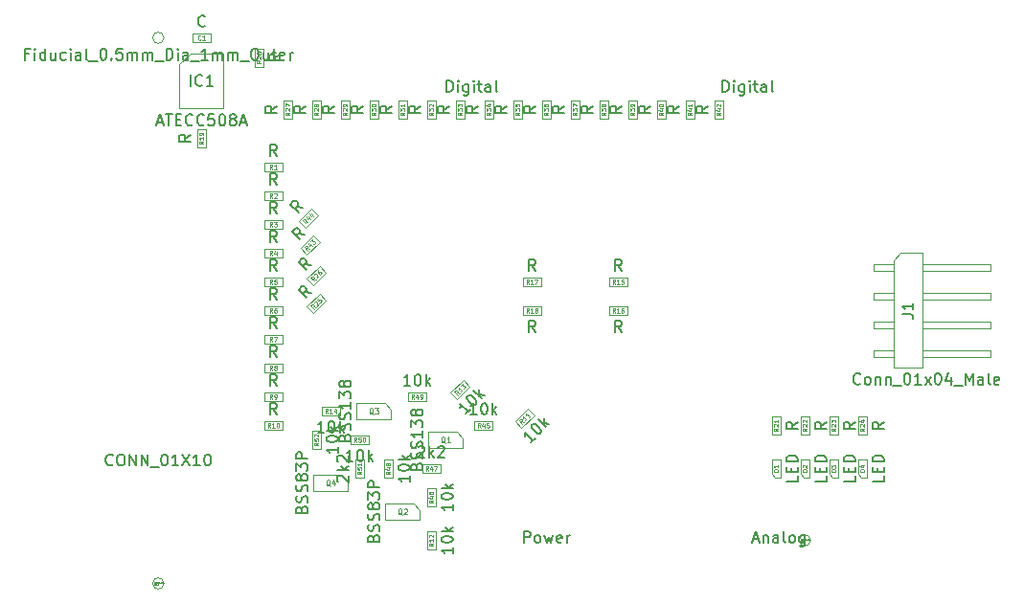
<source format=gbr>
G04 #@! TF.GenerationSoftware,KiCad,Pcbnew,5.1.5*
G04 #@! TF.CreationDate,2020-01-02T17:54:48+01:00*
G04 #@! TF.ProjectId,KiCad_Shield,4b694361-645f-4536-9869-656c642e6b69,rev?*
G04 #@! TF.SameCoordinates,Original*
G04 #@! TF.FileFunction,Other,Fab,Top*
%FSLAX46Y46*%
G04 Gerber Fmt 4.6, Leading zero omitted, Abs format (unit mm)*
G04 Created by KiCad (PCBNEW 5.1.5) date 2020-01-02 17:54:48*
%MOMM*%
%LPD*%
G04 APERTURE LIST*
%ADD10C,0.100000*%
%ADD11C,0.150000*%
%ADD12C,0.075000*%
%ADD13C,0.060000*%
%ADD14C,0.040000*%
G04 APERTURE END LIST*
D10*
X127258000Y-114235000D02*
X127258000Y-115635000D01*
X130298000Y-115635000D02*
X127258000Y-115635000D01*
X129728000Y-114235000D02*
X130298000Y-114785000D01*
X130298000Y-114785000D02*
X130298000Y-115635000D01*
X129728000Y-114235000D02*
X127278000Y-114235000D01*
X118148000Y-75165000D02*
X118148000Y-75965000D01*
X118148000Y-75965000D02*
X116548000Y-75965000D01*
X116548000Y-75965000D02*
X116548000Y-75165000D01*
X116548000Y-75165000D02*
X118148000Y-75165000D01*
X116398000Y-76925000D02*
X119298000Y-76925000D01*
X119298000Y-76925000D02*
X119298000Y-81825000D01*
X119298000Y-81825000D02*
X115398000Y-81825000D01*
X115398000Y-81825000D02*
X115398000Y-77925000D01*
X115398000Y-77925000D02*
X116398000Y-76925000D01*
X116948000Y-85255000D02*
X116948000Y-83655000D01*
X117748000Y-85255000D02*
X116948000Y-85255000D01*
X117748000Y-83655000D02*
X117748000Y-85255000D01*
X116948000Y-83655000D02*
X117748000Y-83655000D01*
X122828000Y-78117500D02*
X122028000Y-78117500D01*
X122028000Y-78117500D02*
X122028000Y-76517500D01*
X122028000Y-76517500D02*
X122828000Y-76517500D01*
X122828000Y-76517500D02*
X122828000Y-78117500D01*
X179173000Y-94615000D02*
X181078000Y-94615000D01*
X181078000Y-94615000D02*
X181078000Y-104775000D01*
X181078000Y-104775000D02*
X178538000Y-104775000D01*
X178538000Y-104775000D02*
X178538000Y-95250000D01*
X178538000Y-95250000D02*
X179173000Y-94615000D01*
X176718000Y-95565000D02*
X178538000Y-95565000D01*
X176718000Y-95565000D02*
X176718000Y-96205000D01*
X176718000Y-96205000D02*
X178538000Y-96205000D01*
X181078000Y-95565000D02*
X187078000Y-95565000D01*
X187078000Y-95565000D02*
X187078000Y-96205000D01*
X181078000Y-96205000D02*
X187078000Y-96205000D01*
X176718000Y-98105000D02*
X178538000Y-98105000D01*
X176718000Y-98105000D02*
X176718000Y-98745000D01*
X176718000Y-98745000D02*
X178538000Y-98745000D01*
X181078000Y-98105000D02*
X187078000Y-98105000D01*
X187078000Y-98105000D02*
X187078000Y-98745000D01*
X181078000Y-98745000D02*
X187078000Y-98745000D01*
X176718000Y-100645000D02*
X178538000Y-100645000D01*
X176718000Y-100645000D02*
X176718000Y-101285000D01*
X176718000Y-101285000D02*
X178538000Y-101285000D01*
X181078000Y-100645000D02*
X187078000Y-100645000D01*
X187078000Y-100645000D02*
X187078000Y-101285000D01*
X181078000Y-101285000D02*
X187078000Y-101285000D01*
X176718000Y-103185000D02*
X178538000Y-103185000D01*
X176718000Y-103185000D02*
X176718000Y-103825000D01*
X176718000Y-103825000D02*
X178538000Y-103825000D01*
X181078000Y-103185000D02*
X187078000Y-103185000D01*
X187078000Y-103185000D02*
X187078000Y-103825000D01*
X181078000Y-103825000D02*
X187078000Y-103825000D01*
X167748000Y-112865000D02*
X167748000Y-114165000D01*
X167748000Y-114165000D02*
X168048000Y-114465000D01*
X168048000Y-114465000D02*
X168548000Y-114465000D01*
X168548000Y-114465000D02*
X168548000Y-112865000D01*
X168548000Y-112865000D02*
X167748000Y-112865000D01*
X171088000Y-112865000D02*
X170288000Y-112865000D01*
X171088000Y-114465000D02*
X171088000Y-112865000D01*
X170588000Y-114465000D02*
X171088000Y-114465000D01*
X170288000Y-114165000D02*
X170588000Y-114465000D01*
X170288000Y-112865000D02*
X170288000Y-114165000D01*
X172828000Y-112865000D02*
X172828000Y-114165000D01*
X172828000Y-114165000D02*
X173128000Y-114465000D01*
X173128000Y-114465000D02*
X173628000Y-114465000D01*
X173628000Y-114465000D02*
X173628000Y-112865000D01*
X173628000Y-112865000D02*
X172828000Y-112865000D01*
X176168000Y-112865000D02*
X175368000Y-112865000D01*
X176168000Y-114465000D02*
X176168000Y-112865000D01*
X175668000Y-114465000D02*
X176168000Y-114465000D01*
X175368000Y-114165000D02*
X175668000Y-114465000D01*
X175368000Y-112865000D02*
X175368000Y-114165000D01*
X168548000Y-109055000D02*
X168548000Y-110655000D01*
X167748000Y-109055000D02*
X168548000Y-109055000D01*
X167748000Y-110655000D02*
X167748000Y-109055000D01*
X168548000Y-110655000D02*
X167748000Y-110655000D01*
X171088000Y-110655000D02*
X170288000Y-110655000D01*
X170288000Y-110655000D02*
X170288000Y-109055000D01*
X170288000Y-109055000D02*
X171088000Y-109055000D01*
X171088000Y-109055000D02*
X171088000Y-110655000D01*
X173628000Y-109055000D02*
X173628000Y-110655000D01*
X172828000Y-109055000D02*
X173628000Y-109055000D01*
X172828000Y-110655000D02*
X172828000Y-109055000D01*
X173628000Y-110655000D02*
X172828000Y-110655000D01*
X176168000Y-110655000D02*
X175368000Y-110655000D01*
X175368000Y-110655000D02*
X175368000Y-109055000D01*
X175368000Y-109055000D02*
X176168000Y-109055000D01*
X176168000Y-109055000D02*
X176168000Y-110655000D01*
X124498000Y-86595000D02*
X124498000Y-87395000D01*
X124498000Y-87395000D02*
X122898000Y-87395000D01*
X122898000Y-87395000D02*
X122898000Y-86595000D01*
X122898000Y-86595000D02*
X124498000Y-86595000D01*
X122898000Y-89135000D02*
X124498000Y-89135000D01*
X122898000Y-89935000D02*
X122898000Y-89135000D01*
X124498000Y-89935000D02*
X122898000Y-89935000D01*
X124498000Y-89135000D02*
X124498000Y-89935000D01*
X124498000Y-91675000D02*
X124498000Y-92475000D01*
X124498000Y-92475000D02*
X122898000Y-92475000D01*
X122898000Y-92475000D02*
X122898000Y-91675000D01*
X122898000Y-91675000D02*
X124498000Y-91675000D01*
X122898000Y-94215000D02*
X124498000Y-94215000D01*
X122898000Y-95015000D02*
X122898000Y-94215000D01*
X124498000Y-95015000D02*
X122898000Y-95015000D01*
X124498000Y-94215000D02*
X124498000Y-95015000D01*
X122898000Y-96755000D02*
X124498000Y-96755000D01*
X122898000Y-97555000D02*
X122898000Y-96755000D01*
X124498000Y-97555000D02*
X122898000Y-97555000D01*
X124498000Y-96755000D02*
X124498000Y-97555000D01*
X122898000Y-99295000D02*
X124498000Y-99295000D01*
X122898000Y-100095000D02*
X122898000Y-99295000D01*
X124498000Y-100095000D02*
X122898000Y-100095000D01*
X124498000Y-99295000D02*
X124498000Y-100095000D01*
X124498000Y-101835000D02*
X124498000Y-102635000D01*
X124498000Y-102635000D02*
X122898000Y-102635000D01*
X122898000Y-102635000D02*
X122898000Y-101835000D01*
X122898000Y-101835000D02*
X124498000Y-101835000D01*
X122898000Y-104375000D02*
X124498000Y-104375000D01*
X122898000Y-105175000D02*
X122898000Y-104375000D01*
X124498000Y-105175000D02*
X122898000Y-105175000D01*
X124498000Y-104375000D02*
X124498000Y-105175000D01*
X124498000Y-106915000D02*
X124498000Y-107715000D01*
X124498000Y-107715000D02*
X122898000Y-107715000D01*
X122898000Y-107715000D02*
X122898000Y-106915000D01*
X122898000Y-106915000D02*
X124498000Y-106915000D01*
X122898000Y-109455000D02*
X124498000Y-109455000D01*
X122898000Y-110255000D02*
X122898000Y-109455000D01*
X124498000Y-110255000D02*
X122898000Y-110255000D01*
X124498000Y-109455000D02*
X124498000Y-110255000D01*
X153378000Y-96755000D02*
X154978000Y-96755000D01*
X153378000Y-97555000D02*
X153378000Y-96755000D01*
X154978000Y-97555000D02*
X153378000Y-97555000D01*
X154978000Y-96755000D02*
X154978000Y-97555000D01*
X154978000Y-100095000D02*
X153378000Y-100095000D01*
X154978000Y-99295000D02*
X154978000Y-100095000D01*
X153378000Y-99295000D02*
X154978000Y-99295000D01*
X153378000Y-100095000D02*
X153378000Y-99295000D01*
X147358000Y-96755000D02*
X147358000Y-97555000D01*
X147358000Y-97555000D02*
X145758000Y-97555000D01*
X145758000Y-97555000D02*
X145758000Y-96755000D01*
X145758000Y-96755000D02*
X147358000Y-96755000D01*
X145758000Y-100095000D02*
X145758000Y-99295000D01*
X145758000Y-99295000D02*
X147358000Y-99295000D01*
X147358000Y-99295000D02*
X147358000Y-100095000D01*
X147358000Y-100095000D02*
X145758000Y-100095000D01*
X124568000Y-81115000D02*
X125368000Y-81115000D01*
X125368000Y-81115000D02*
X125368000Y-82715000D01*
X125368000Y-82715000D02*
X124568000Y-82715000D01*
X124568000Y-82715000D02*
X124568000Y-81115000D01*
X127108000Y-82715000D02*
X127108000Y-81115000D01*
X127908000Y-82715000D02*
X127108000Y-82715000D01*
X127908000Y-81115000D02*
X127908000Y-82715000D01*
X127108000Y-81115000D02*
X127908000Y-81115000D01*
X129648000Y-81115000D02*
X130448000Y-81115000D01*
X130448000Y-81115000D02*
X130448000Y-82715000D01*
X130448000Y-82715000D02*
X129648000Y-82715000D01*
X129648000Y-82715000D02*
X129648000Y-81115000D01*
X132188000Y-82715000D02*
X132188000Y-81115000D01*
X132988000Y-82715000D02*
X132188000Y-82715000D01*
X132988000Y-81115000D02*
X132988000Y-82715000D01*
X132188000Y-81115000D02*
X132988000Y-81115000D01*
X134728000Y-81115000D02*
X135528000Y-81115000D01*
X135528000Y-81115000D02*
X135528000Y-82715000D01*
X135528000Y-82715000D02*
X134728000Y-82715000D01*
X134728000Y-82715000D02*
X134728000Y-81115000D01*
X137268000Y-81115000D02*
X138068000Y-81115000D01*
X138068000Y-81115000D02*
X138068000Y-82715000D01*
X138068000Y-82715000D02*
X137268000Y-82715000D01*
X137268000Y-82715000D02*
X137268000Y-81115000D01*
X139808000Y-82715000D02*
X139808000Y-81115000D01*
X140608000Y-82715000D02*
X139808000Y-82715000D01*
X140608000Y-81115000D02*
X140608000Y-82715000D01*
X139808000Y-81115000D02*
X140608000Y-81115000D01*
X142348000Y-81115000D02*
X143148000Y-81115000D01*
X143148000Y-81115000D02*
X143148000Y-82715000D01*
X143148000Y-82715000D02*
X142348000Y-82715000D01*
X142348000Y-82715000D02*
X142348000Y-81115000D01*
X144888000Y-82715000D02*
X144888000Y-81115000D01*
X145688000Y-82715000D02*
X144888000Y-82715000D01*
X145688000Y-81115000D02*
X145688000Y-82715000D01*
X144888000Y-81115000D02*
X145688000Y-81115000D01*
X147428000Y-81115000D02*
X148228000Y-81115000D01*
X148228000Y-81115000D02*
X148228000Y-82715000D01*
X148228000Y-82715000D02*
X147428000Y-82715000D01*
X147428000Y-82715000D02*
X147428000Y-81115000D01*
X149968000Y-82715000D02*
X149968000Y-81115000D01*
X150768000Y-82715000D02*
X149968000Y-82715000D01*
X150768000Y-81115000D02*
X150768000Y-82715000D01*
X149968000Y-81115000D02*
X150768000Y-81115000D01*
X152508000Y-81115000D02*
X153308000Y-81115000D01*
X153308000Y-81115000D02*
X153308000Y-82715000D01*
X153308000Y-82715000D02*
X152508000Y-82715000D01*
X152508000Y-82715000D02*
X152508000Y-81115000D01*
X155048000Y-82715000D02*
X155048000Y-81115000D01*
X155848000Y-82715000D02*
X155048000Y-82715000D01*
X155848000Y-81115000D02*
X155848000Y-82715000D01*
X155048000Y-81115000D02*
X155848000Y-81115000D01*
X157588000Y-81115000D02*
X158388000Y-81115000D01*
X158388000Y-81115000D02*
X158388000Y-82715000D01*
X158388000Y-82715000D02*
X157588000Y-82715000D01*
X157588000Y-82715000D02*
X157588000Y-81115000D01*
X160128000Y-82715000D02*
X160128000Y-81115000D01*
X160928000Y-82715000D02*
X160128000Y-82715000D01*
X160928000Y-81115000D02*
X160928000Y-82715000D01*
X160128000Y-81115000D02*
X160928000Y-81115000D01*
X162668000Y-81115000D02*
X163468000Y-81115000D01*
X163468000Y-81115000D02*
X163468000Y-82715000D01*
X163468000Y-82715000D02*
X162668000Y-82715000D01*
X162668000Y-82715000D02*
X162668000Y-81115000D01*
X139888000Y-110425000D02*
X137438000Y-110425000D01*
X140458000Y-110975000D02*
X140458000Y-111825000D01*
X139888000Y-110425000D02*
X140458000Y-110975000D01*
X140458000Y-111825000D02*
X137418000Y-111825000D01*
X137418000Y-110425000D02*
X137418000Y-111825000D01*
X133608000Y-116775000D02*
X133608000Y-118175000D01*
X136648000Y-118175000D02*
X133608000Y-118175000D01*
X136078000Y-116775000D02*
X136648000Y-117325000D01*
X136648000Y-117325000D02*
X136648000Y-118175000D01*
X136078000Y-116775000D02*
X133628000Y-116775000D01*
X133538000Y-107885000D02*
X131088000Y-107885000D01*
X134108000Y-108435000D02*
X134108000Y-109285000D01*
X133538000Y-107885000D02*
X134108000Y-108435000D01*
X134108000Y-109285000D02*
X131068000Y-109285000D01*
X131068000Y-107885000D02*
X131068000Y-109285000D01*
X126659472Y-99342843D02*
X127790843Y-98211472D01*
X127225157Y-99908528D02*
X126659472Y-99342843D01*
X128356528Y-98777157D02*
X127225157Y-99908528D01*
X127790843Y-98211472D02*
X128356528Y-98777157D01*
X127790843Y-95749625D02*
X128356528Y-96315310D01*
X128356528Y-96315310D02*
X127225157Y-97446681D01*
X127225157Y-97446681D02*
X126659472Y-96880996D01*
X126659472Y-96880996D02*
X127790843Y-95749625D01*
X126102625Y-94184690D02*
X127233996Y-93053319D01*
X126668310Y-94750375D02*
X126102625Y-94184690D01*
X127799681Y-93619004D02*
X126668310Y-94750375D01*
X127233996Y-93053319D02*
X127799681Y-93619004D01*
X127077690Y-90669625D02*
X127643375Y-91235310D01*
X127643375Y-91235310D02*
X126512004Y-92366681D01*
X126512004Y-92366681D02*
X125946319Y-91800996D01*
X125946319Y-91800996D02*
X127077690Y-90669625D01*
X141465500Y-109455000D02*
X143065500Y-109455000D01*
X141465500Y-110255000D02*
X141465500Y-109455000D01*
X143065500Y-110255000D02*
X141465500Y-110255000D01*
X143065500Y-109455000D02*
X143065500Y-110255000D01*
X138068000Y-115405000D02*
X138068000Y-117005000D01*
X137268000Y-115405000D02*
X138068000Y-115405000D01*
X137268000Y-117005000D02*
X137268000Y-115405000D01*
X138068000Y-117005000D02*
X137268000Y-117005000D01*
X138468000Y-113265000D02*
X138468000Y-114065000D01*
X138468000Y-114065000D02*
X136868000Y-114065000D01*
X136868000Y-114065000D02*
X136868000Y-113265000D01*
X136868000Y-113265000D02*
X138468000Y-113265000D01*
X134258000Y-114465000D02*
X133458000Y-114465000D01*
X133458000Y-114465000D02*
X133458000Y-112865000D01*
X133458000Y-112865000D02*
X134258000Y-112865000D01*
X134258000Y-112865000D02*
X134258000Y-114465000D01*
X135598000Y-106915000D02*
X137198000Y-106915000D01*
X135598000Y-107715000D02*
X135598000Y-106915000D01*
X137198000Y-107715000D02*
X135598000Y-107715000D01*
X137198000Y-106915000D02*
X137198000Y-107715000D01*
X132118000Y-111525000D02*
X130518000Y-111525000D01*
X132118000Y-110725000D02*
X132118000Y-111525000D01*
X130518000Y-110725000D02*
X132118000Y-110725000D01*
X130518000Y-111525000D02*
X130518000Y-110725000D01*
X130918000Y-112865000D02*
X131718000Y-112865000D01*
X131718000Y-112865000D02*
X131718000Y-114465000D01*
X131718000Y-114465000D02*
X130918000Y-114465000D01*
X130918000Y-114465000D02*
X130918000Y-112865000D01*
X127908000Y-111925000D02*
X127108000Y-111925000D01*
X127108000Y-111925000D02*
X127108000Y-110325000D01*
X127108000Y-110325000D02*
X127908000Y-110325000D01*
X127908000Y-110325000D02*
X127908000Y-111925000D01*
X146771528Y-108937157D02*
X145640157Y-110068528D01*
X146205843Y-108371472D02*
X146771528Y-108937157D01*
X145074472Y-109502843D02*
X146205843Y-108371472D01*
X145640157Y-110068528D02*
X145074472Y-109502843D01*
X138068000Y-119215000D02*
X138068000Y-120815000D01*
X137268000Y-119215000D02*
X138068000Y-119215000D01*
X137268000Y-120815000D02*
X137268000Y-119215000D01*
X138068000Y-120815000D02*
X137268000Y-120815000D01*
X139925157Y-107528528D02*
X139359472Y-106962843D01*
X139359472Y-106962843D02*
X140490843Y-105831472D01*
X140490843Y-105831472D02*
X141056528Y-106397157D01*
X141056528Y-106397157D02*
X139925157Y-107528528D01*
X127978000Y-108985000D02*
X127978000Y-108185000D01*
X127978000Y-108185000D02*
X129578000Y-108185000D01*
X129578000Y-108185000D02*
X129578000Y-108985000D01*
X129578000Y-108985000D02*
X127978000Y-108985000D01*
X114038000Y-123825000D02*
G75*
G03X114038000Y-123825000I-500000J0D01*
G01*
X171188000Y-120015000D02*
G75*
G03X171188000Y-120015000I-500000J0D01*
G01*
X114038000Y-75565000D02*
G75*
G03X114038000Y-75565000I-500000J0D01*
G01*
D11*
X126206571Y-117268333D02*
X126254190Y-117125476D01*
X126301809Y-117077857D01*
X126397047Y-117030238D01*
X126539904Y-117030238D01*
X126635142Y-117077857D01*
X126682761Y-117125476D01*
X126730380Y-117220714D01*
X126730380Y-117601666D01*
X125730380Y-117601666D01*
X125730380Y-117268333D01*
X125778000Y-117173095D01*
X125825619Y-117125476D01*
X125920857Y-117077857D01*
X126016095Y-117077857D01*
X126111333Y-117125476D01*
X126158952Y-117173095D01*
X126206571Y-117268333D01*
X126206571Y-117601666D01*
X126682761Y-116649285D02*
X126730380Y-116506428D01*
X126730380Y-116268333D01*
X126682761Y-116173095D01*
X126635142Y-116125476D01*
X126539904Y-116077857D01*
X126444666Y-116077857D01*
X126349428Y-116125476D01*
X126301809Y-116173095D01*
X126254190Y-116268333D01*
X126206571Y-116458809D01*
X126158952Y-116554047D01*
X126111333Y-116601666D01*
X126016095Y-116649285D01*
X125920857Y-116649285D01*
X125825619Y-116601666D01*
X125778000Y-116554047D01*
X125730380Y-116458809D01*
X125730380Y-116220714D01*
X125778000Y-116077857D01*
X126682761Y-115696904D02*
X126730380Y-115554047D01*
X126730380Y-115315952D01*
X126682761Y-115220714D01*
X126635142Y-115173095D01*
X126539904Y-115125476D01*
X126444666Y-115125476D01*
X126349428Y-115173095D01*
X126301809Y-115220714D01*
X126254190Y-115315952D01*
X126206571Y-115506428D01*
X126158952Y-115601666D01*
X126111333Y-115649285D01*
X126016095Y-115696904D01*
X125920857Y-115696904D01*
X125825619Y-115649285D01*
X125778000Y-115601666D01*
X125730380Y-115506428D01*
X125730380Y-115268333D01*
X125778000Y-115125476D01*
X126158952Y-114554047D02*
X126111333Y-114649285D01*
X126063714Y-114696904D01*
X125968476Y-114744523D01*
X125920857Y-114744523D01*
X125825619Y-114696904D01*
X125778000Y-114649285D01*
X125730380Y-114554047D01*
X125730380Y-114363571D01*
X125778000Y-114268333D01*
X125825619Y-114220714D01*
X125920857Y-114173095D01*
X125968476Y-114173095D01*
X126063714Y-114220714D01*
X126111333Y-114268333D01*
X126158952Y-114363571D01*
X126158952Y-114554047D01*
X126206571Y-114649285D01*
X126254190Y-114696904D01*
X126349428Y-114744523D01*
X126539904Y-114744523D01*
X126635142Y-114696904D01*
X126682761Y-114649285D01*
X126730380Y-114554047D01*
X126730380Y-114363571D01*
X126682761Y-114268333D01*
X126635142Y-114220714D01*
X126539904Y-114173095D01*
X126349428Y-114173095D01*
X126254190Y-114220714D01*
X126206571Y-114268333D01*
X126158952Y-114363571D01*
X125730380Y-113839761D02*
X125730380Y-113220714D01*
X126111333Y-113554047D01*
X126111333Y-113411190D01*
X126158952Y-113315952D01*
X126206571Y-113268333D01*
X126301809Y-113220714D01*
X126539904Y-113220714D01*
X126635142Y-113268333D01*
X126682761Y-113315952D01*
X126730380Y-113411190D01*
X126730380Y-113696904D01*
X126682761Y-113792142D01*
X126635142Y-113839761D01*
X126730380Y-112792142D02*
X125730380Y-112792142D01*
X125730380Y-112411190D01*
X125778000Y-112315952D01*
X125825619Y-112268333D01*
X125920857Y-112220714D01*
X126063714Y-112220714D01*
X126158952Y-112268333D01*
X126206571Y-112315952D01*
X126254190Y-112411190D01*
X126254190Y-112792142D01*
D12*
X128730380Y-115208809D02*
X128682761Y-115185000D01*
X128635142Y-115137380D01*
X128563714Y-115065952D01*
X128516095Y-115042142D01*
X128468476Y-115042142D01*
X128492285Y-115161190D02*
X128444666Y-115137380D01*
X128397047Y-115089761D01*
X128373238Y-114994523D01*
X128373238Y-114827857D01*
X128397047Y-114732619D01*
X128444666Y-114685000D01*
X128492285Y-114661190D01*
X128587523Y-114661190D01*
X128635142Y-114685000D01*
X128682761Y-114732619D01*
X128706571Y-114827857D01*
X128706571Y-114994523D01*
X128682761Y-115089761D01*
X128635142Y-115137380D01*
X128587523Y-115161190D01*
X128492285Y-115161190D01*
X129135142Y-114827857D02*
X129135142Y-115161190D01*
X129016095Y-114637380D02*
X128897047Y-114994523D01*
X129206571Y-114994523D01*
D11*
X145851809Y-120213380D02*
X145851809Y-119213380D01*
X146232761Y-119213380D01*
X146328000Y-119261000D01*
X146375619Y-119308619D01*
X146423238Y-119403857D01*
X146423238Y-119546714D01*
X146375619Y-119641952D01*
X146328000Y-119689571D01*
X146232761Y-119737190D01*
X145851809Y-119737190D01*
X146994666Y-120213380D02*
X146899428Y-120165761D01*
X146851809Y-120118142D01*
X146804190Y-120022904D01*
X146804190Y-119737190D01*
X146851809Y-119641952D01*
X146899428Y-119594333D01*
X146994666Y-119546714D01*
X147137523Y-119546714D01*
X147232761Y-119594333D01*
X147280380Y-119641952D01*
X147328000Y-119737190D01*
X147328000Y-120022904D01*
X147280380Y-120118142D01*
X147232761Y-120165761D01*
X147137523Y-120213380D01*
X146994666Y-120213380D01*
X147661333Y-119546714D02*
X147851809Y-120213380D01*
X148042285Y-119737190D01*
X148232761Y-120213380D01*
X148423238Y-119546714D01*
X149185142Y-120165761D02*
X149089904Y-120213380D01*
X148899428Y-120213380D01*
X148804190Y-120165761D01*
X148756571Y-120070523D01*
X148756571Y-119689571D01*
X148804190Y-119594333D01*
X148899428Y-119546714D01*
X149089904Y-119546714D01*
X149185142Y-119594333D01*
X149232761Y-119689571D01*
X149232761Y-119784809D01*
X148756571Y-119880047D01*
X149661333Y-120213380D02*
X149661333Y-119546714D01*
X149661333Y-119737190D02*
X149708952Y-119641952D01*
X149756571Y-119594333D01*
X149851809Y-119546714D01*
X149947047Y-119546714D01*
X166092476Y-119927666D02*
X166568666Y-119927666D01*
X165997238Y-120213380D02*
X166330571Y-119213380D01*
X166663904Y-120213380D01*
X166997238Y-119546714D02*
X166997238Y-120213380D01*
X166997238Y-119641952D02*
X167044857Y-119594333D01*
X167140095Y-119546714D01*
X167282952Y-119546714D01*
X167378190Y-119594333D01*
X167425809Y-119689571D01*
X167425809Y-120213380D01*
X168330571Y-120213380D02*
X168330571Y-119689571D01*
X168282952Y-119594333D01*
X168187714Y-119546714D01*
X167997238Y-119546714D01*
X167902000Y-119594333D01*
X168330571Y-120165761D02*
X168235333Y-120213380D01*
X167997238Y-120213380D01*
X167902000Y-120165761D01*
X167854380Y-120070523D01*
X167854380Y-119975285D01*
X167902000Y-119880047D01*
X167997238Y-119832428D01*
X168235333Y-119832428D01*
X168330571Y-119784809D01*
X168949619Y-120213380D02*
X168854380Y-120165761D01*
X168806761Y-120070523D01*
X168806761Y-119213380D01*
X169473428Y-120213380D02*
X169378190Y-120165761D01*
X169330571Y-120118142D01*
X169282952Y-120022904D01*
X169282952Y-119737190D01*
X169330571Y-119641952D01*
X169378190Y-119594333D01*
X169473428Y-119546714D01*
X169616285Y-119546714D01*
X169711523Y-119594333D01*
X169759142Y-119641952D01*
X169806761Y-119737190D01*
X169806761Y-120022904D01*
X169759142Y-120118142D01*
X169711523Y-120165761D01*
X169616285Y-120213380D01*
X169473428Y-120213380D01*
X170663904Y-119546714D02*
X170663904Y-120356238D01*
X170616285Y-120451476D01*
X170568666Y-120499095D01*
X170473428Y-120546714D01*
X170330571Y-120546714D01*
X170235333Y-120499095D01*
X170663904Y-120165761D02*
X170568666Y-120213380D01*
X170378190Y-120213380D01*
X170282952Y-120165761D01*
X170235333Y-120118142D01*
X170187714Y-120022904D01*
X170187714Y-119737190D01*
X170235333Y-119641952D01*
X170282952Y-119594333D01*
X170378190Y-119546714D01*
X170568666Y-119546714D01*
X170663904Y-119594333D01*
X139033523Y-80335380D02*
X139033523Y-79335380D01*
X139271619Y-79335380D01*
X139414476Y-79383000D01*
X139509714Y-79478238D01*
X139557333Y-79573476D01*
X139604952Y-79763952D01*
X139604952Y-79906809D01*
X139557333Y-80097285D01*
X139509714Y-80192523D01*
X139414476Y-80287761D01*
X139271619Y-80335380D01*
X139033523Y-80335380D01*
X140033523Y-80335380D02*
X140033523Y-79668714D01*
X140033523Y-79335380D02*
X139985904Y-79383000D01*
X140033523Y-79430619D01*
X140081142Y-79383000D01*
X140033523Y-79335380D01*
X140033523Y-79430619D01*
X140938285Y-79668714D02*
X140938285Y-80478238D01*
X140890666Y-80573476D01*
X140843047Y-80621095D01*
X140747809Y-80668714D01*
X140604952Y-80668714D01*
X140509714Y-80621095D01*
X140938285Y-80287761D02*
X140843047Y-80335380D01*
X140652571Y-80335380D01*
X140557333Y-80287761D01*
X140509714Y-80240142D01*
X140462095Y-80144904D01*
X140462095Y-79859190D01*
X140509714Y-79763952D01*
X140557333Y-79716333D01*
X140652571Y-79668714D01*
X140843047Y-79668714D01*
X140938285Y-79716333D01*
X141414476Y-80335380D02*
X141414476Y-79668714D01*
X141414476Y-79335380D02*
X141366857Y-79383000D01*
X141414476Y-79430619D01*
X141462095Y-79383000D01*
X141414476Y-79335380D01*
X141414476Y-79430619D01*
X141747809Y-79668714D02*
X142128761Y-79668714D01*
X141890666Y-79335380D02*
X141890666Y-80192523D01*
X141938285Y-80287761D01*
X142033523Y-80335380D01*
X142128761Y-80335380D01*
X142890666Y-80335380D02*
X142890666Y-79811571D01*
X142843047Y-79716333D01*
X142747809Y-79668714D01*
X142557333Y-79668714D01*
X142462095Y-79716333D01*
X142890666Y-80287761D02*
X142795428Y-80335380D01*
X142557333Y-80335380D01*
X142462095Y-80287761D01*
X142414476Y-80192523D01*
X142414476Y-80097285D01*
X142462095Y-80002047D01*
X142557333Y-79954428D01*
X142795428Y-79954428D01*
X142890666Y-79906809D01*
X143509714Y-80335380D02*
X143414476Y-80287761D01*
X143366857Y-80192523D01*
X143366857Y-79335380D01*
X163417523Y-80335380D02*
X163417523Y-79335380D01*
X163655619Y-79335380D01*
X163798476Y-79383000D01*
X163893714Y-79478238D01*
X163941333Y-79573476D01*
X163988952Y-79763952D01*
X163988952Y-79906809D01*
X163941333Y-80097285D01*
X163893714Y-80192523D01*
X163798476Y-80287761D01*
X163655619Y-80335380D01*
X163417523Y-80335380D01*
X164417523Y-80335380D02*
X164417523Y-79668714D01*
X164417523Y-79335380D02*
X164369904Y-79383000D01*
X164417523Y-79430619D01*
X164465142Y-79383000D01*
X164417523Y-79335380D01*
X164417523Y-79430619D01*
X165322285Y-79668714D02*
X165322285Y-80478238D01*
X165274666Y-80573476D01*
X165227047Y-80621095D01*
X165131809Y-80668714D01*
X164988952Y-80668714D01*
X164893714Y-80621095D01*
X165322285Y-80287761D02*
X165227047Y-80335380D01*
X165036571Y-80335380D01*
X164941333Y-80287761D01*
X164893714Y-80240142D01*
X164846095Y-80144904D01*
X164846095Y-79859190D01*
X164893714Y-79763952D01*
X164941333Y-79716333D01*
X165036571Y-79668714D01*
X165227047Y-79668714D01*
X165322285Y-79716333D01*
X165798476Y-80335380D02*
X165798476Y-79668714D01*
X165798476Y-79335380D02*
X165750857Y-79383000D01*
X165798476Y-79430619D01*
X165846095Y-79383000D01*
X165798476Y-79335380D01*
X165798476Y-79430619D01*
X166131809Y-79668714D02*
X166512761Y-79668714D01*
X166274666Y-79335380D02*
X166274666Y-80192523D01*
X166322285Y-80287761D01*
X166417523Y-80335380D01*
X166512761Y-80335380D01*
X167274666Y-80335380D02*
X167274666Y-79811571D01*
X167227047Y-79716333D01*
X167131809Y-79668714D01*
X166941333Y-79668714D01*
X166846095Y-79716333D01*
X167274666Y-80287761D02*
X167179428Y-80335380D01*
X166941333Y-80335380D01*
X166846095Y-80287761D01*
X166798476Y-80192523D01*
X166798476Y-80097285D01*
X166846095Y-80002047D01*
X166941333Y-79954428D01*
X167179428Y-79954428D01*
X167274666Y-79906809D01*
X167893714Y-80335380D02*
X167798476Y-80287761D01*
X167750857Y-80192523D01*
X167750857Y-79335380D01*
X109514190Y-113312142D02*
X109466571Y-113359761D01*
X109323714Y-113407380D01*
X109228476Y-113407380D01*
X109085619Y-113359761D01*
X108990380Y-113264523D01*
X108942761Y-113169285D01*
X108895142Y-112978809D01*
X108895142Y-112835952D01*
X108942761Y-112645476D01*
X108990380Y-112550238D01*
X109085619Y-112455000D01*
X109228476Y-112407380D01*
X109323714Y-112407380D01*
X109466571Y-112455000D01*
X109514190Y-112502619D01*
X110133238Y-112407380D02*
X110323714Y-112407380D01*
X110418952Y-112455000D01*
X110514190Y-112550238D01*
X110561809Y-112740714D01*
X110561809Y-113074047D01*
X110514190Y-113264523D01*
X110418952Y-113359761D01*
X110323714Y-113407380D01*
X110133238Y-113407380D01*
X110038000Y-113359761D01*
X109942761Y-113264523D01*
X109895142Y-113074047D01*
X109895142Y-112740714D01*
X109942761Y-112550238D01*
X110038000Y-112455000D01*
X110133238Y-112407380D01*
X110990380Y-113407380D02*
X110990380Y-112407380D01*
X111561809Y-113407380D01*
X111561809Y-112407380D01*
X112038000Y-113407380D02*
X112038000Y-112407380D01*
X112609428Y-113407380D01*
X112609428Y-112407380D01*
X112847523Y-113502619D02*
X113609428Y-113502619D01*
X114038000Y-112407380D02*
X114133238Y-112407380D01*
X114228476Y-112455000D01*
X114276095Y-112502619D01*
X114323714Y-112597857D01*
X114371333Y-112788333D01*
X114371333Y-113026428D01*
X114323714Y-113216904D01*
X114276095Y-113312142D01*
X114228476Y-113359761D01*
X114133238Y-113407380D01*
X114038000Y-113407380D01*
X113942761Y-113359761D01*
X113895142Y-113312142D01*
X113847523Y-113216904D01*
X113799904Y-113026428D01*
X113799904Y-112788333D01*
X113847523Y-112597857D01*
X113895142Y-112502619D01*
X113942761Y-112455000D01*
X114038000Y-112407380D01*
X115323714Y-113407380D02*
X114752285Y-113407380D01*
X115038000Y-113407380D02*
X115038000Y-112407380D01*
X114942761Y-112550238D01*
X114847523Y-112645476D01*
X114752285Y-112693095D01*
X115657047Y-112407380D02*
X116323714Y-113407380D01*
X116323714Y-112407380D02*
X115657047Y-113407380D01*
X117228476Y-113407380D02*
X116657047Y-113407380D01*
X116942761Y-113407380D02*
X116942761Y-112407380D01*
X116847523Y-112550238D01*
X116752285Y-112645476D01*
X116657047Y-112693095D01*
X117847523Y-112407380D02*
X117942761Y-112407380D01*
X118038000Y-112455000D01*
X118085619Y-112502619D01*
X118133238Y-112597857D01*
X118180857Y-112788333D01*
X118180857Y-113026428D01*
X118133238Y-113216904D01*
X118085619Y-113312142D01*
X118038000Y-113359761D01*
X117942761Y-113407380D01*
X117847523Y-113407380D01*
X117752285Y-113359761D01*
X117704666Y-113312142D01*
X117657047Y-113216904D01*
X117609428Y-113026428D01*
X117609428Y-112788333D01*
X117657047Y-112597857D01*
X117704666Y-112502619D01*
X117752285Y-112455000D01*
X117847523Y-112407380D01*
X117657523Y-74492142D02*
X117609904Y-74539761D01*
X117467047Y-74587380D01*
X117371809Y-74587380D01*
X117228952Y-74539761D01*
X117133714Y-74444523D01*
X117086095Y-74349285D01*
X117038476Y-74158809D01*
X117038476Y-74015952D01*
X117086095Y-73825476D01*
X117133714Y-73730238D01*
X117228952Y-73635000D01*
X117371809Y-73587380D01*
X117467047Y-73587380D01*
X117609904Y-73635000D01*
X117657523Y-73682619D01*
D13*
X117281333Y-75707857D02*
X117262285Y-75726904D01*
X117205142Y-75745952D01*
X117167047Y-75745952D01*
X117109904Y-75726904D01*
X117071809Y-75688809D01*
X117052761Y-75650714D01*
X117033714Y-75574523D01*
X117033714Y-75517380D01*
X117052761Y-75441190D01*
X117071809Y-75403095D01*
X117109904Y-75365000D01*
X117167047Y-75345952D01*
X117205142Y-75345952D01*
X117262285Y-75365000D01*
X117281333Y-75384047D01*
X117662285Y-75745952D02*
X117433714Y-75745952D01*
X117548000Y-75745952D02*
X117548000Y-75345952D01*
X117509904Y-75403095D01*
X117471809Y-75441190D01*
X117433714Y-75460238D01*
D11*
X113419428Y-83041666D02*
X113895619Y-83041666D01*
X113324190Y-83327380D02*
X113657523Y-82327380D01*
X113990857Y-83327380D01*
X114181333Y-82327380D02*
X114752761Y-82327380D01*
X114467047Y-83327380D02*
X114467047Y-82327380D01*
X115086095Y-82803571D02*
X115419428Y-82803571D01*
X115562285Y-83327380D02*
X115086095Y-83327380D01*
X115086095Y-82327380D01*
X115562285Y-82327380D01*
X116562285Y-83232142D02*
X116514666Y-83279761D01*
X116371809Y-83327380D01*
X116276571Y-83327380D01*
X116133714Y-83279761D01*
X116038476Y-83184523D01*
X115990857Y-83089285D01*
X115943238Y-82898809D01*
X115943238Y-82755952D01*
X115990857Y-82565476D01*
X116038476Y-82470238D01*
X116133714Y-82375000D01*
X116276571Y-82327380D01*
X116371809Y-82327380D01*
X116514666Y-82375000D01*
X116562285Y-82422619D01*
X117562285Y-83232142D02*
X117514666Y-83279761D01*
X117371809Y-83327380D01*
X117276571Y-83327380D01*
X117133714Y-83279761D01*
X117038476Y-83184523D01*
X116990857Y-83089285D01*
X116943238Y-82898809D01*
X116943238Y-82755952D01*
X116990857Y-82565476D01*
X117038476Y-82470238D01*
X117133714Y-82375000D01*
X117276571Y-82327380D01*
X117371809Y-82327380D01*
X117514666Y-82375000D01*
X117562285Y-82422619D01*
X118467047Y-82327380D02*
X117990857Y-82327380D01*
X117943238Y-82803571D01*
X117990857Y-82755952D01*
X118086095Y-82708333D01*
X118324190Y-82708333D01*
X118419428Y-82755952D01*
X118467047Y-82803571D01*
X118514666Y-82898809D01*
X118514666Y-83136904D01*
X118467047Y-83232142D01*
X118419428Y-83279761D01*
X118324190Y-83327380D01*
X118086095Y-83327380D01*
X117990857Y-83279761D01*
X117943238Y-83232142D01*
X119133714Y-82327380D02*
X119228952Y-82327380D01*
X119324190Y-82375000D01*
X119371809Y-82422619D01*
X119419428Y-82517857D01*
X119467047Y-82708333D01*
X119467047Y-82946428D01*
X119419428Y-83136904D01*
X119371809Y-83232142D01*
X119324190Y-83279761D01*
X119228952Y-83327380D01*
X119133714Y-83327380D01*
X119038476Y-83279761D01*
X118990857Y-83232142D01*
X118943238Y-83136904D01*
X118895619Y-82946428D01*
X118895619Y-82708333D01*
X118943238Y-82517857D01*
X118990857Y-82422619D01*
X119038476Y-82375000D01*
X119133714Y-82327380D01*
X120038476Y-82755952D02*
X119943238Y-82708333D01*
X119895619Y-82660714D01*
X119848000Y-82565476D01*
X119848000Y-82517857D01*
X119895619Y-82422619D01*
X119943238Y-82375000D01*
X120038476Y-82327380D01*
X120228952Y-82327380D01*
X120324190Y-82375000D01*
X120371809Y-82422619D01*
X120419428Y-82517857D01*
X120419428Y-82565476D01*
X120371809Y-82660714D01*
X120324190Y-82708333D01*
X120228952Y-82755952D01*
X120038476Y-82755952D01*
X119943238Y-82803571D01*
X119895619Y-82851190D01*
X119848000Y-82946428D01*
X119848000Y-83136904D01*
X119895619Y-83232142D01*
X119943238Y-83279761D01*
X120038476Y-83327380D01*
X120228952Y-83327380D01*
X120324190Y-83279761D01*
X120371809Y-83232142D01*
X120419428Y-83136904D01*
X120419428Y-82946428D01*
X120371809Y-82851190D01*
X120324190Y-82803571D01*
X120228952Y-82755952D01*
X120800380Y-83041666D02*
X121276571Y-83041666D01*
X120705142Y-83327380D02*
X121038476Y-82327380D01*
X121371809Y-83327380D01*
X116371809Y-79827380D02*
X116371809Y-78827380D01*
X117419428Y-79732142D02*
X117371809Y-79779761D01*
X117228952Y-79827380D01*
X117133714Y-79827380D01*
X116990857Y-79779761D01*
X116895619Y-79684523D01*
X116848000Y-79589285D01*
X116800380Y-79398809D01*
X116800380Y-79255952D01*
X116848000Y-79065476D01*
X116895619Y-78970238D01*
X116990857Y-78875000D01*
X117133714Y-78827380D01*
X117228952Y-78827380D01*
X117371809Y-78875000D01*
X117419428Y-78922619D01*
X118371809Y-79827380D02*
X117800380Y-79827380D01*
X118086095Y-79827380D02*
X118086095Y-78827380D01*
X117990857Y-78970238D01*
X117895619Y-79065476D01*
X117800380Y-79113095D01*
X116370380Y-84145476D02*
X115894190Y-84478809D01*
X116370380Y-84716904D02*
X115370380Y-84716904D01*
X115370380Y-84335952D01*
X115418000Y-84240714D01*
X115465619Y-84193095D01*
X115560857Y-84145476D01*
X115703714Y-84145476D01*
X115798952Y-84193095D01*
X115846571Y-84240714D01*
X115894190Y-84335952D01*
X115894190Y-84716904D01*
D13*
X117528952Y-84712142D02*
X117338476Y-84845476D01*
X117528952Y-84940714D02*
X117128952Y-84940714D01*
X117128952Y-84788333D01*
X117148000Y-84750238D01*
X117167047Y-84731190D01*
X117205142Y-84712142D01*
X117262285Y-84712142D01*
X117300380Y-84731190D01*
X117319428Y-84750238D01*
X117338476Y-84788333D01*
X117338476Y-84940714D01*
X117528952Y-84331190D02*
X117528952Y-84559761D01*
X117528952Y-84445476D02*
X117128952Y-84445476D01*
X117186095Y-84483571D01*
X117224190Y-84521666D01*
X117243238Y-84559761D01*
X117528952Y-84140714D02*
X117528952Y-84064523D01*
X117509904Y-84026428D01*
X117490857Y-84007380D01*
X117433714Y-83969285D01*
X117357523Y-83950238D01*
X117205142Y-83950238D01*
X117167047Y-83969285D01*
X117148000Y-83988333D01*
X117128952Y-84026428D01*
X117128952Y-84102619D01*
X117148000Y-84140714D01*
X117167047Y-84159761D01*
X117205142Y-84178809D01*
X117300380Y-84178809D01*
X117338476Y-84159761D01*
X117357523Y-84140714D01*
X117376571Y-84102619D01*
X117376571Y-84026428D01*
X117357523Y-83988333D01*
X117338476Y-83969285D01*
X117300380Y-83950238D01*
D11*
X124310380Y-77007976D02*
X123834190Y-77341309D01*
X124310380Y-77579404D02*
X123310380Y-77579404D01*
X123310380Y-77198452D01*
X123358000Y-77103214D01*
X123405619Y-77055595D01*
X123500857Y-77007976D01*
X123643714Y-77007976D01*
X123738952Y-77055595D01*
X123786571Y-77103214D01*
X123834190Y-77198452D01*
X123834190Y-77579404D01*
D13*
X122608952Y-77574642D02*
X122418476Y-77707976D01*
X122608952Y-77803214D02*
X122208952Y-77803214D01*
X122208952Y-77650833D01*
X122228000Y-77612738D01*
X122247047Y-77593690D01*
X122285142Y-77574642D01*
X122342285Y-77574642D01*
X122380380Y-77593690D01*
X122399428Y-77612738D01*
X122418476Y-77650833D01*
X122418476Y-77803214D01*
X122247047Y-77422261D02*
X122228000Y-77403214D01*
X122208952Y-77365119D01*
X122208952Y-77269880D01*
X122228000Y-77231785D01*
X122247047Y-77212738D01*
X122285142Y-77193690D01*
X122323238Y-77193690D01*
X122380380Y-77212738D01*
X122608952Y-77441309D01*
X122608952Y-77193690D01*
X122208952Y-76946071D02*
X122208952Y-76907976D01*
X122228000Y-76869880D01*
X122247047Y-76850833D01*
X122285142Y-76831785D01*
X122361333Y-76812738D01*
X122456571Y-76812738D01*
X122532761Y-76831785D01*
X122570857Y-76850833D01*
X122589904Y-76869880D01*
X122608952Y-76907976D01*
X122608952Y-76946071D01*
X122589904Y-76984166D01*
X122570857Y-77003214D01*
X122532761Y-77022261D01*
X122456571Y-77041309D01*
X122361333Y-77041309D01*
X122285142Y-77022261D01*
X122247047Y-77003214D01*
X122228000Y-76984166D01*
X122208952Y-76946071D01*
D11*
X175589666Y-106132142D02*
X175542047Y-106179761D01*
X175399190Y-106227380D01*
X175303952Y-106227380D01*
X175161095Y-106179761D01*
X175065857Y-106084523D01*
X175018238Y-105989285D01*
X174970619Y-105798809D01*
X174970619Y-105655952D01*
X175018238Y-105465476D01*
X175065857Y-105370238D01*
X175161095Y-105275000D01*
X175303952Y-105227380D01*
X175399190Y-105227380D01*
X175542047Y-105275000D01*
X175589666Y-105322619D01*
X176161095Y-106227380D02*
X176065857Y-106179761D01*
X176018238Y-106132142D01*
X175970619Y-106036904D01*
X175970619Y-105751190D01*
X176018238Y-105655952D01*
X176065857Y-105608333D01*
X176161095Y-105560714D01*
X176303952Y-105560714D01*
X176399190Y-105608333D01*
X176446809Y-105655952D01*
X176494428Y-105751190D01*
X176494428Y-106036904D01*
X176446809Y-106132142D01*
X176399190Y-106179761D01*
X176303952Y-106227380D01*
X176161095Y-106227380D01*
X176923000Y-105560714D02*
X176923000Y-106227380D01*
X176923000Y-105655952D02*
X176970619Y-105608333D01*
X177065857Y-105560714D01*
X177208714Y-105560714D01*
X177303952Y-105608333D01*
X177351571Y-105703571D01*
X177351571Y-106227380D01*
X177827761Y-105560714D02*
X177827761Y-106227380D01*
X177827761Y-105655952D02*
X177875380Y-105608333D01*
X177970619Y-105560714D01*
X178113476Y-105560714D01*
X178208714Y-105608333D01*
X178256333Y-105703571D01*
X178256333Y-106227380D01*
X178494428Y-106322619D02*
X179256333Y-106322619D01*
X179684904Y-105227380D02*
X179780142Y-105227380D01*
X179875380Y-105275000D01*
X179923000Y-105322619D01*
X179970619Y-105417857D01*
X180018238Y-105608333D01*
X180018238Y-105846428D01*
X179970619Y-106036904D01*
X179923000Y-106132142D01*
X179875380Y-106179761D01*
X179780142Y-106227380D01*
X179684904Y-106227380D01*
X179589666Y-106179761D01*
X179542047Y-106132142D01*
X179494428Y-106036904D01*
X179446809Y-105846428D01*
X179446809Y-105608333D01*
X179494428Y-105417857D01*
X179542047Y-105322619D01*
X179589666Y-105275000D01*
X179684904Y-105227380D01*
X180970619Y-106227380D02*
X180399190Y-106227380D01*
X180684904Y-106227380D02*
X180684904Y-105227380D01*
X180589666Y-105370238D01*
X180494428Y-105465476D01*
X180399190Y-105513095D01*
X181303952Y-106227380D02*
X181827761Y-105560714D01*
X181303952Y-105560714D02*
X181827761Y-106227380D01*
X182399190Y-105227380D02*
X182494428Y-105227380D01*
X182589666Y-105275000D01*
X182637285Y-105322619D01*
X182684904Y-105417857D01*
X182732523Y-105608333D01*
X182732523Y-105846428D01*
X182684904Y-106036904D01*
X182637285Y-106132142D01*
X182589666Y-106179761D01*
X182494428Y-106227380D01*
X182399190Y-106227380D01*
X182303952Y-106179761D01*
X182256333Y-106132142D01*
X182208714Y-106036904D01*
X182161095Y-105846428D01*
X182161095Y-105608333D01*
X182208714Y-105417857D01*
X182256333Y-105322619D01*
X182303952Y-105275000D01*
X182399190Y-105227380D01*
X183589666Y-105560714D02*
X183589666Y-106227380D01*
X183351571Y-105179761D02*
X183113476Y-105894047D01*
X183732523Y-105894047D01*
X183875380Y-106322619D02*
X184637285Y-106322619D01*
X184875380Y-106227380D02*
X184875380Y-105227380D01*
X185208714Y-105941666D01*
X185542047Y-105227380D01*
X185542047Y-106227380D01*
X186446809Y-106227380D02*
X186446809Y-105703571D01*
X186399190Y-105608333D01*
X186303952Y-105560714D01*
X186113476Y-105560714D01*
X186018238Y-105608333D01*
X186446809Y-106179761D02*
X186351571Y-106227380D01*
X186113476Y-106227380D01*
X186018238Y-106179761D01*
X185970619Y-106084523D01*
X185970619Y-105989285D01*
X186018238Y-105894047D01*
X186113476Y-105846428D01*
X186351571Y-105846428D01*
X186446809Y-105798809D01*
X187065857Y-106227380D02*
X186970619Y-106179761D01*
X186923000Y-106084523D01*
X186923000Y-105227380D01*
X187827761Y-106179761D02*
X187732523Y-106227380D01*
X187542047Y-106227380D01*
X187446809Y-106179761D01*
X187399190Y-106084523D01*
X187399190Y-105703571D01*
X187446809Y-105608333D01*
X187542047Y-105560714D01*
X187732523Y-105560714D01*
X187827761Y-105608333D01*
X187875380Y-105703571D01*
X187875380Y-105798809D01*
X187399190Y-105894047D01*
X179260380Y-100028333D02*
X179974666Y-100028333D01*
X180117523Y-100075952D01*
X180212761Y-100171190D01*
X180260380Y-100314047D01*
X180260380Y-100409285D01*
X180260380Y-99028333D02*
X180260380Y-99599761D01*
X180260380Y-99314047D02*
X179260380Y-99314047D01*
X179403238Y-99409285D01*
X179498476Y-99504523D01*
X179546095Y-99599761D01*
X170030380Y-114307857D02*
X170030380Y-114784047D01*
X169030380Y-114784047D01*
X169506571Y-113974523D02*
X169506571Y-113641190D01*
X170030380Y-113498333D02*
X170030380Y-113974523D01*
X169030380Y-113974523D01*
X169030380Y-113498333D01*
X170030380Y-113069761D02*
X169030380Y-113069761D01*
X169030380Y-112831666D01*
X169078000Y-112688809D01*
X169173238Y-112593571D01*
X169268476Y-112545952D01*
X169458952Y-112498333D01*
X169601809Y-112498333D01*
X169792285Y-112545952D01*
X169887523Y-112593571D01*
X169982761Y-112688809D01*
X170030380Y-112831666D01*
X170030380Y-113069761D01*
D13*
X168328952Y-113960238D02*
X167928952Y-113960238D01*
X167928952Y-113865000D01*
X167948000Y-113807857D01*
X167986095Y-113769761D01*
X168024190Y-113750714D01*
X168100380Y-113731666D01*
X168157523Y-113731666D01*
X168233714Y-113750714D01*
X168271809Y-113769761D01*
X168309904Y-113807857D01*
X168328952Y-113865000D01*
X168328952Y-113960238D01*
X168328952Y-113350714D02*
X168328952Y-113579285D01*
X168328952Y-113465000D02*
X167928952Y-113465000D01*
X167986095Y-113503095D01*
X168024190Y-113541190D01*
X168043238Y-113579285D01*
D11*
X172570380Y-114307857D02*
X172570380Y-114784047D01*
X171570380Y-114784047D01*
X172046571Y-113974523D02*
X172046571Y-113641190D01*
X172570380Y-113498333D02*
X172570380Y-113974523D01*
X171570380Y-113974523D01*
X171570380Y-113498333D01*
X172570380Y-113069761D02*
X171570380Y-113069761D01*
X171570380Y-112831666D01*
X171618000Y-112688809D01*
X171713238Y-112593571D01*
X171808476Y-112545952D01*
X171998952Y-112498333D01*
X172141809Y-112498333D01*
X172332285Y-112545952D01*
X172427523Y-112593571D01*
X172522761Y-112688809D01*
X172570380Y-112831666D01*
X172570380Y-113069761D01*
D13*
X170868952Y-113960238D02*
X170468952Y-113960238D01*
X170468952Y-113865000D01*
X170488000Y-113807857D01*
X170526095Y-113769761D01*
X170564190Y-113750714D01*
X170640380Y-113731666D01*
X170697523Y-113731666D01*
X170773714Y-113750714D01*
X170811809Y-113769761D01*
X170849904Y-113807857D01*
X170868952Y-113865000D01*
X170868952Y-113960238D01*
X170507047Y-113579285D02*
X170488000Y-113560238D01*
X170468952Y-113522142D01*
X170468952Y-113426904D01*
X170488000Y-113388809D01*
X170507047Y-113369761D01*
X170545142Y-113350714D01*
X170583238Y-113350714D01*
X170640380Y-113369761D01*
X170868952Y-113598333D01*
X170868952Y-113350714D01*
D11*
X175110380Y-114307857D02*
X175110380Y-114784047D01*
X174110380Y-114784047D01*
X174586571Y-113974523D02*
X174586571Y-113641190D01*
X175110380Y-113498333D02*
X175110380Y-113974523D01*
X174110380Y-113974523D01*
X174110380Y-113498333D01*
X175110380Y-113069761D02*
X174110380Y-113069761D01*
X174110380Y-112831666D01*
X174158000Y-112688809D01*
X174253238Y-112593571D01*
X174348476Y-112545952D01*
X174538952Y-112498333D01*
X174681809Y-112498333D01*
X174872285Y-112545952D01*
X174967523Y-112593571D01*
X175062761Y-112688809D01*
X175110380Y-112831666D01*
X175110380Y-113069761D01*
D13*
X173408952Y-113960238D02*
X173008952Y-113960238D01*
X173008952Y-113865000D01*
X173028000Y-113807857D01*
X173066095Y-113769761D01*
X173104190Y-113750714D01*
X173180380Y-113731666D01*
X173237523Y-113731666D01*
X173313714Y-113750714D01*
X173351809Y-113769761D01*
X173389904Y-113807857D01*
X173408952Y-113865000D01*
X173408952Y-113960238D01*
X173008952Y-113598333D02*
X173008952Y-113350714D01*
X173161333Y-113484047D01*
X173161333Y-113426904D01*
X173180380Y-113388809D01*
X173199428Y-113369761D01*
X173237523Y-113350714D01*
X173332761Y-113350714D01*
X173370857Y-113369761D01*
X173389904Y-113388809D01*
X173408952Y-113426904D01*
X173408952Y-113541190D01*
X173389904Y-113579285D01*
X173370857Y-113598333D01*
D11*
X177650380Y-114307857D02*
X177650380Y-114784047D01*
X176650380Y-114784047D01*
X177126571Y-113974523D02*
X177126571Y-113641190D01*
X177650380Y-113498333D02*
X177650380Y-113974523D01*
X176650380Y-113974523D01*
X176650380Y-113498333D01*
X177650380Y-113069761D02*
X176650380Y-113069761D01*
X176650380Y-112831666D01*
X176698000Y-112688809D01*
X176793238Y-112593571D01*
X176888476Y-112545952D01*
X177078952Y-112498333D01*
X177221809Y-112498333D01*
X177412285Y-112545952D01*
X177507523Y-112593571D01*
X177602761Y-112688809D01*
X177650380Y-112831666D01*
X177650380Y-113069761D01*
D13*
X175948952Y-113960238D02*
X175548952Y-113960238D01*
X175548952Y-113865000D01*
X175568000Y-113807857D01*
X175606095Y-113769761D01*
X175644190Y-113750714D01*
X175720380Y-113731666D01*
X175777523Y-113731666D01*
X175853714Y-113750714D01*
X175891809Y-113769761D01*
X175929904Y-113807857D01*
X175948952Y-113865000D01*
X175948952Y-113960238D01*
X175682285Y-113388809D02*
X175948952Y-113388809D01*
X175529904Y-113484047D02*
X175815619Y-113579285D01*
X175815619Y-113331666D01*
D11*
X170030380Y-109545476D02*
X169554190Y-109878809D01*
X170030380Y-110116904D02*
X169030380Y-110116904D01*
X169030380Y-109735952D01*
X169078000Y-109640714D01*
X169125619Y-109593095D01*
X169220857Y-109545476D01*
X169363714Y-109545476D01*
X169458952Y-109593095D01*
X169506571Y-109640714D01*
X169554190Y-109735952D01*
X169554190Y-110116904D01*
D13*
X168328952Y-110112142D02*
X168138476Y-110245476D01*
X168328952Y-110340714D02*
X167928952Y-110340714D01*
X167928952Y-110188333D01*
X167948000Y-110150238D01*
X167967047Y-110131190D01*
X168005142Y-110112142D01*
X168062285Y-110112142D01*
X168100380Y-110131190D01*
X168119428Y-110150238D01*
X168138476Y-110188333D01*
X168138476Y-110340714D01*
X167967047Y-109959761D02*
X167948000Y-109940714D01*
X167928952Y-109902619D01*
X167928952Y-109807380D01*
X167948000Y-109769285D01*
X167967047Y-109750238D01*
X168005142Y-109731190D01*
X168043238Y-109731190D01*
X168100380Y-109750238D01*
X168328952Y-109978809D01*
X168328952Y-109731190D01*
X168328952Y-109350238D02*
X168328952Y-109578809D01*
X168328952Y-109464523D02*
X167928952Y-109464523D01*
X167986095Y-109502619D01*
X168024190Y-109540714D01*
X168043238Y-109578809D01*
D11*
X172570380Y-109545476D02*
X172094190Y-109878809D01*
X172570380Y-110116904D02*
X171570380Y-110116904D01*
X171570380Y-109735952D01*
X171618000Y-109640714D01*
X171665619Y-109593095D01*
X171760857Y-109545476D01*
X171903714Y-109545476D01*
X171998952Y-109593095D01*
X172046571Y-109640714D01*
X172094190Y-109735952D01*
X172094190Y-110116904D01*
D13*
X170868952Y-110112142D02*
X170678476Y-110245476D01*
X170868952Y-110340714D02*
X170468952Y-110340714D01*
X170468952Y-110188333D01*
X170488000Y-110150238D01*
X170507047Y-110131190D01*
X170545142Y-110112142D01*
X170602285Y-110112142D01*
X170640380Y-110131190D01*
X170659428Y-110150238D01*
X170678476Y-110188333D01*
X170678476Y-110340714D01*
X170507047Y-109959761D02*
X170488000Y-109940714D01*
X170468952Y-109902619D01*
X170468952Y-109807380D01*
X170488000Y-109769285D01*
X170507047Y-109750238D01*
X170545142Y-109731190D01*
X170583238Y-109731190D01*
X170640380Y-109750238D01*
X170868952Y-109978809D01*
X170868952Y-109731190D01*
X170507047Y-109578809D02*
X170488000Y-109559761D01*
X170468952Y-109521666D01*
X170468952Y-109426428D01*
X170488000Y-109388333D01*
X170507047Y-109369285D01*
X170545142Y-109350238D01*
X170583238Y-109350238D01*
X170640380Y-109369285D01*
X170868952Y-109597857D01*
X170868952Y-109350238D01*
D11*
X175110380Y-109545476D02*
X174634190Y-109878809D01*
X175110380Y-110116904D02*
X174110380Y-110116904D01*
X174110380Y-109735952D01*
X174158000Y-109640714D01*
X174205619Y-109593095D01*
X174300857Y-109545476D01*
X174443714Y-109545476D01*
X174538952Y-109593095D01*
X174586571Y-109640714D01*
X174634190Y-109735952D01*
X174634190Y-110116904D01*
D13*
X173408952Y-110112142D02*
X173218476Y-110245476D01*
X173408952Y-110340714D02*
X173008952Y-110340714D01*
X173008952Y-110188333D01*
X173028000Y-110150238D01*
X173047047Y-110131190D01*
X173085142Y-110112142D01*
X173142285Y-110112142D01*
X173180380Y-110131190D01*
X173199428Y-110150238D01*
X173218476Y-110188333D01*
X173218476Y-110340714D01*
X173047047Y-109959761D02*
X173028000Y-109940714D01*
X173008952Y-109902619D01*
X173008952Y-109807380D01*
X173028000Y-109769285D01*
X173047047Y-109750238D01*
X173085142Y-109731190D01*
X173123238Y-109731190D01*
X173180380Y-109750238D01*
X173408952Y-109978809D01*
X173408952Y-109731190D01*
X173008952Y-109597857D02*
X173008952Y-109350238D01*
X173161333Y-109483571D01*
X173161333Y-109426428D01*
X173180380Y-109388333D01*
X173199428Y-109369285D01*
X173237523Y-109350238D01*
X173332761Y-109350238D01*
X173370857Y-109369285D01*
X173389904Y-109388333D01*
X173408952Y-109426428D01*
X173408952Y-109540714D01*
X173389904Y-109578809D01*
X173370857Y-109597857D01*
D11*
X177650380Y-109545476D02*
X177174190Y-109878809D01*
X177650380Y-110116904D02*
X176650380Y-110116904D01*
X176650380Y-109735952D01*
X176698000Y-109640714D01*
X176745619Y-109593095D01*
X176840857Y-109545476D01*
X176983714Y-109545476D01*
X177078952Y-109593095D01*
X177126571Y-109640714D01*
X177174190Y-109735952D01*
X177174190Y-110116904D01*
D13*
X175948952Y-110112142D02*
X175758476Y-110245476D01*
X175948952Y-110340714D02*
X175548952Y-110340714D01*
X175548952Y-110188333D01*
X175568000Y-110150238D01*
X175587047Y-110131190D01*
X175625142Y-110112142D01*
X175682285Y-110112142D01*
X175720380Y-110131190D01*
X175739428Y-110150238D01*
X175758476Y-110188333D01*
X175758476Y-110340714D01*
X175587047Y-109959761D02*
X175568000Y-109940714D01*
X175548952Y-109902619D01*
X175548952Y-109807380D01*
X175568000Y-109769285D01*
X175587047Y-109750238D01*
X175625142Y-109731190D01*
X175663238Y-109731190D01*
X175720380Y-109750238D01*
X175948952Y-109978809D01*
X175948952Y-109731190D01*
X175682285Y-109388333D02*
X175948952Y-109388333D01*
X175529904Y-109483571D02*
X175815619Y-109578809D01*
X175815619Y-109331190D01*
D11*
X124007523Y-86017380D02*
X123674190Y-85541190D01*
X123436095Y-86017380D02*
X123436095Y-85017380D01*
X123817047Y-85017380D01*
X123912285Y-85065000D01*
X123959904Y-85112619D01*
X124007523Y-85207857D01*
X124007523Y-85350714D01*
X123959904Y-85445952D01*
X123912285Y-85493571D01*
X123817047Y-85541190D01*
X123436095Y-85541190D01*
D13*
X123631333Y-87175952D02*
X123498000Y-86985476D01*
X123402761Y-87175952D02*
X123402761Y-86775952D01*
X123555142Y-86775952D01*
X123593238Y-86795000D01*
X123612285Y-86814047D01*
X123631333Y-86852142D01*
X123631333Y-86909285D01*
X123612285Y-86947380D01*
X123593238Y-86966428D01*
X123555142Y-86985476D01*
X123402761Y-86985476D01*
X124012285Y-87175952D02*
X123783714Y-87175952D01*
X123898000Y-87175952D02*
X123898000Y-86775952D01*
X123859904Y-86833095D01*
X123821809Y-86871190D01*
X123783714Y-86890238D01*
D11*
X124007523Y-88557380D02*
X123674190Y-88081190D01*
X123436095Y-88557380D02*
X123436095Y-87557380D01*
X123817047Y-87557380D01*
X123912285Y-87605000D01*
X123959904Y-87652619D01*
X124007523Y-87747857D01*
X124007523Y-87890714D01*
X123959904Y-87985952D01*
X123912285Y-88033571D01*
X123817047Y-88081190D01*
X123436095Y-88081190D01*
D13*
X123631333Y-89715952D02*
X123498000Y-89525476D01*
X123402761Y-89715952D02*
X123402761Y-89315952D01*
X123555142Y-89315952D01*
X123593238Y-89335000D01*
X123612285Y-89354047D01*
X123631333Y-89392142D01*
X123631333Y-89449285D01*
X123612285Y-89487380D01*
X123593238Y-89506428D01*
X123555142Y-89525476D01*
X123402761Y-89525476D01*
X123783714Y-89354047D02*
X123802761Y-89335000D01*
X123840857Y-89315952D01*
X123936095Y-89315952D01*
X123974190Y-89335000D01*
X123993238Y-89354047D01*
X124012285Y-89392142D01*
X124012285Y-89430238D01*
X123993238Y-89487380D01*
X123764666Y-89715952D01*
X124012285Y-89715952D01*
D11*
X124007523Y-91097380D02*
X123674190Y-90621190D01*
X123436095Y-91097380D02*
X123436095Y-90097380D01*
X123817047Y-90097380D01*
X123912285Y-90145000D01*
X123959904Y-90192619D01*
X124007523Y-90287857D01*
X124007523Y-90430714D01*
X123959904Y-90525952D01*
X123912285Y-90573571D01*
X123817047Y-90621190D01*
X123436095Y-90621190D01*
D13*
X123631333Y-92255952D02*
X123498000Y-92065476D01*
X123402761Y-92255952D02*
X123402761Y-91855952D01*
X123555142Y-91855952D01*
X123593238Y-91875000D01*
X123612285Y-91894047D01*
X123631333Y-91932142D01*
X123631333Y-91989285D01*
X123612285Y-92027380D01*
X123593238Y-92046428D01*
X123555142Y-92065476D01*
X123402761Y-92065476D01*
X123764666Y-91855952D02*
X124012285Y-91855952D01*
X123878952Y-92008333D01*
X123936095Y-92008333D01*
X123974190Y-92027380D01*
X123993238Y-92046428D01*
X124012285Y-92084523D01*
X124012285Y-92179761D01*
X123993238Y-92217857D01*
X123974190Y-92236904D01*
X123936095Y-92255952D01*
X123821809Y-92255952D01*
X123783714Y-92236904D01*
X123764666Y-92217857D01*
D11*
X124007523Y-93637380D02*
X123674190Y-93161190D01*
X123436095Y-93637380D02*
X123436095Y-92637380D01*
X123817047Y-92637380D01*
X123912285Y-92685000D01*
X123959904Y-92732619D01*
X124007523Y-92827857D01*
X124007523Y-92970714D01*
X123959904Y-93065952D01*
X123912285Y-93113571D01*
X123817047Y-93161190D01*
X123436095Y-93161190D01*
D13*
X123631333Y-94795952D02*
X123498000Y-94605476D01*
X123402761Y-94795952D02*
X123402761Y-94395952D01*
X123555142Y-94395952D01*
X123593238Y-94415000D01*
X123612285Y-94434047D01*
X123631333Y-94472142D01*
X123631333Y-94529285D01*
X123612285Y-94567380D01*
X123593238Y-94586428D01*
X123555142Y-94605476D01*
X123402761Y-94605476D01*
X123974190Y-94529285D02*
X123974190Y-94795952D01*
X123878952Y-94376904D02*
X123783714Y-94662619D01*
X124031333Y-94662619D01*
D11*
X124007523Y-96177380D02*
X123674190Y-95701190D01*
X123436095Y-96177380D02*
X123436095Y-95177380D01*
X123817047Y-95177380D01*
X123912285Y-95225000D01*
X123959904Y-95272619D01*
X124007523Y-95367857D01*
X124007523Y-95510714D01*
X123959904Y-95605952D01*
X123912285Y-95653571D01*
X123817047Y-95701190D01*
X123436095Y-95701190D01*
D13*
X123631333Y-97335952D02*
X123498000Y-97145476D01*
X123402761Y-97335952D02*
X123402761Y-96935952D01*
X123555142Y-96935952D01*
X123593238Y-96955000D01*
X123612285Y-96974047D01*
X123631333Y-97012142D01*
X123631333Y-97069285D01*
X123612285Y-97107380D01*
X123593238Y-97126428D01*
X123555142Y-97145476D01*
X123402761Y-97145476D01*
X123993238Y-96935952D02*
X123802761Y-96935952D01*
X123783714Y-97126428D01*
X123802761Y-97107380D01*
X123840857Y-97088333D01*
X123936095Y-97088333D01*
X123974190Y-97107380D01*
X123993238Y-97126428D01*
X124012285Y-97164523D01*
X124012285Y-97259761D01*
X123993238Y-97297857D01*
X123974190Y-97316904D01*
X123936095Y-97335952D01*
X123840857Y-97335952D01*
X123802761Y-97316904D01*
X123783714Y-97297857D01*
D11*
X124007523Y-98717380D02*
X123674190Y-98241190D01*
X123436095Y-98717380D02*
X123436095Y-97717380D01*
X123817047Y-97717380D01*
X123912285Y-97765000D01*
X123959904Y-97812619D01*
X124007523Y-97907857D01*
X124007523Y-98050714D01*
X123959904Y-98145952D01*
X123912285Y-98193571D01*
X123817047Y-98241190D01*
X123436095Y-98241190D01*
D13*
X123631333Y-99875952D02*
X123498000Y-99685476D01*
X123402761Y-99875952D02*
X123402761Y-99475952D01*
X123555142Y-99475952D01*
X123593238Y-99495000D01*
X123612285Y-99514047D01*
X123631333Y-99552142D01*
X123631333Y-99609285D01*
X123612285Y-99647380D01*
X123593238Y-99666428D01*
X123555142Y-99685476D01*
X123402761Y-99685476D01*
X123974190Y-99475952D02*
X123898000Y-99475952D01*
X123859904Y-99495000D01*
X123840857Y-99514047D01*
X123802761Y-99571190D01*
X123783714Y-99647380D01*
X123783714Y-99799761D01*
X123802761Y-99837857D01*
X123821809Y-99856904D01*
X123859904Y-99875952D01*
X123936095Y-99875952D01*
X123974190Y-99856904D01*
X123993238Y-99837857D01*
X124012285Y-99799761D01*
X124012285Y-99704523D01*
X123993238Y-99666428D01*
X123974190Y-99647380D01*
X123936095Y-99628333D01*
X123859904Y-99628333D01*
X123821809Y-99647380D01*
X123802761Y-99666428D01*
X123783714Y-99704523D01*
D11*
X124007523Y-101257380D02*
X123674190Y-100781190D01*
X123436095Y-101257380D02*
X123436095Y-100257380D01*
X123817047Y-100257380D01*
X123912285Y-100305000D01*
X123959904Y-100352619D01*
X124007523Y-100447857D01*
X124007523Y-100590714D01*
X123959904Y-100685952D01*
X123912285Y-100733571D01*
X123817047Y-100781190D01*
X123436095Y-100781190D01*
D13*
X123631333Y-102415952D02*
X123498000Y-102225476D01*
X123402761Y-102415952D02*
X123402761Y-102015952D01*
X123555142Y-102015952D01*
X123593238Y-102035000D01*
X123612285Y-102054047D01*
X123631333Y-102092142D01*
X123631333Y-102149285D01*
X123612285Y-102187380D01*
X123593238Y-102206428D01*
X123555142Y-102225476D01*
X123402761Y-102225476D01*
X123764666Y-102015952D02*
X124031333Y-102015952D01*
X123859904Y-102415952D01*
D11*
X124007523Y-103797380D02*
X123674190Y-103321190D01*
X123436095Y-103797380D02*
X123436095Y-102797380D01*
X123817047Y-102797380D01*
X123912285Y-102845000D01*
X123959904Y-102892619D01*
X124007523Y-102987857D01*
X124007523Y-103130714D01*
X123959904Y-103225952D01*
X123912285Y-103273571D01*
X123817047Y-103321190D01*
X123436095Y-103321190D01*
D13*
X123631333Y-104955952D02*
X123498000Y-104765476D01*
X123402761Y-104955952D02*
X123402761Y-104555952D01*
X123555142Y-104555952D01*
X123593238Y-104575000D01*
X123612285Y-104594047D01*
X123631333Y-104632142D01*
X123631333Y-104689285D01*
X123612285Y-104727380D01*
X123593238Y-104746428D01*
X123555142Y-104765476D01*
X123402761Y-104765476D01*
X123859904Y-104727380D02*
X123821809Y-104708333D01*
X123802761Y-104689285D01*
X123783714Y-104651190D01*
X123783714Y-104632142D01*
X123802761Y-104594047D01*
X123821809Y-104575000D01*
X123859904Y-104555952D01*
X123936095Y-104555952D01*
X123974190Y-104575000D01*
X123993238Y-104594047D01*
X124012285Y-104632142D01*
X124012285Y-104651190D01*
X123993238Y-104689285D01*
X123974190Y-104708333D01*
X123936095Y-104727380D01*
X123859904Y-104727380D01*
X123821809Y-104746428D01*
X123802761Y-104765476D01*
X123783714Y-104803571D01*
X123783714Y-104879761D01*
X123802761Y-104917857D01*
X123821809Y-104936904D01*
X123859904Y-104955952D01*
X123936095Y-104955952D01*
X123974190Y-104936904D01*
X123993238Y-104917857D01*
X124012285Y-104879761D01*
X124012285Y-104803571D01*
X123993238Y-104765476D01*
X123974190Y-104746428D01*
X123936095Y-104727380D01*
D11*
X124007523Y-106337380D02*
X123674190Y-105861190D01*
X123436095Y-106337380D02*
X123436095Y-105337380D01*
X123817047Y-105337380D01*
X123912285Y-105385000D01*
X123959904Y-105432619D01*
X124007523Y-105527857D01*
X124007523Y-105670714D01*
X123959904Y-105765952D01*
X123912285Y-105813571D01*
X123817047Y-105861190D01*
X123436095Y-105861190D01*
D13*
X123631333Y-107495952D02*
X123498000Y-107305476D01*
X123402761Y-107495952D02*
X123402761Y-107095952D01*
X123555142Y-107095952D01*
X123593238Y-107115000D01*
X123612285Y-107134047D01*
X123631333Y-107172142D01*
X123631333Y-107229285D01*
X123612285Y-107267380D01*
X123593238Y-107286428D01*
X123555142Y-107305476D01*
X123402761Y-107305476D01*
X123821809Y-107495952D02*
X123898000Y-107495952D01*
X123936095Y-107476904D01*
X123955142Y-107457857D01*
X123993238Y-107400714D01*
X124012285Y-107324523D01*
X124012285Y-107172142D01*
X123993238Y-107134047D01*
X123974190Y-107115000D01*
X123936095Y-107095952D01*
X123859904Y-107095952D01*
X123821809Y-107115000D01*
X123802761Y-107134047D01*
X123783714Y-107172142D01*
X123783714Y-107267380D01*
X123802761Y-107305476D01*
X123821809Y-107324523D01*
X123859904Y-107343571D01*
X123936095Y-107343571D01*
X123974190Y-107324523D01*
X123993238Y-107305476D01*
X124012285Y-107267380D01*
D11*
X124007523Y-108877380D02*
X123674190Y-108401190D01*
X123436095Y-108877380D02*
X123436095Y-107877380D01*
X123817047Y-107877380D01*
X123912285Y-107925000D01*
X123959904Y-107972619D01*
X124007523Y-108067857D01*
X124007523Y-108210714D01*
X123959904Y-108305952D01*
X123912285Y-108353571D01*
X123817047Y-108401190D01*
X123436095Y-108401190D01*
D13*
X123440857Y-110035952D02*
X123307523Y-109845476D01*
X123212285Y-110035952D02*
X123212285Y-109635952D01*
X123364666Y-109635952D01*
X123402761Y-109655000D01*
X123421809Y-109674047D01*
X123440857Y-109712142D01*
X123440857Y-109769285D01*
X123421809Y-109807380D01*
X123402761Y-109826428D01*
X123364666Y-109845476D01*
X123212285Y-109845476D01*
X123821809Y-110035952D02*
X123593238Y-110035952D01*
X123707523Y-110035952D02*
X123707523Y-109635952D01*
X123669428Y-109693095D01*
X123631333Y-109731190D01*
X123593238Y-109750238D01*
X124069428Y-109635952D02*
X124107523Y-109635952D01*
X124145619Y-109655000D01*
X124164666Y-109674047D01*
X124183714Y-109712142D01*
X124202761Y-109788333D01*
X124202761Y-109883571D01*
X124183714Y-109959761D01*
X124164666Y-109997857D01*
X124145619Y-110016904D01*
X124107523Y-110035952D01*
X124069428Y-110035952D01*
X124031333Y-110016904D01*
X124012285Y-109997857D01*
X123993238Y-109959761D01*
X123974190Y-109883571D01*
X123974190Y-109788333D01*
X123993238Y-109712142D01*
X124012285Y-109674047D01*
X124031333Y-109655000D01*
X124069428Y-109635952D01*
D11*
X154487523Y-96177380D02*
X154154190Y-95701190D01*
X153916095Y-96177380D02*
X153916095Y-95177380D01*
X154297047Y-95177380D01*
X154392285Y-95225000D01*
X154439904Y-95272619D01*
X154487523Y-95367857D01*
X154487523Y-95510714D01*
X154439904Y-95605952D01*
X154392285Y-95653571D01*
X154297047Y-95701190D01*
X153916095Y-95701190D01*
D13*
X153920857Y-97335952D02*
X153787523Y-97145476D01*
X153692285Y-97335952D02*
X153692285Y-96935952D01*
X153844666Y-96935952D01*
X153882761Y-96955000D01*
X153901809Y-96974047D01*
X153920857Y-97012142D01*
X153920857Y-97069285D01*
X153901809Y-97107380D01*
X153882761Y-97126428D01*
X153844666Y-97145476D01*
X153692285Y-97145476D01*
X154301809Y-97335952D02*
X154073238Y-97335952D01*
X154187523Y-97335952D02*
X154187523Y-96935952D01*
X154149428Y-96993095D01*
X154111333Y-97031190D01*
X154073238Y-97050238D01*
X154663714Y-96935952D02*
X154473238Y-96935952D01*
X154454190Y-97126428D01*
X154473238Y-97107380D01*
X154511333Y-97088333D01*
X154606571Y-97088333D01*
X154644666Y-97107380D01*
X154663714Y-97126428D01*
X154682761Y-97164523D01*
X154682761Y-97259761D01*
X154663714Y-97297857D01*
X154644666Y-97316904D01*
X154606571Y-97335952D01*
X154511333Y-97335952D01*
X154473238Y-97316904D01*
X154454190Y-97297857D01*
D11*
X154487523Y-101577380D02*
X154154190Y-101101190D01*
X153916095Y-101577380D02*
X153916095Y-100577380D01*
X154297047Y-100577380D01*
X154392285Y-100625000D01*
X154439904Y-100672619D01*
X154487523Y-100767857D01*
X154487523Y-100910714D01*
X154439904Y-101005952D01*
X154392285Y-101053571D01*
X154297047Y-101101190D01*
X153916095Y-101101190D01*
D13*
X153920857Y-99875952D02*
X153787523Y-99685476D01*
X153692285Y-99875952D02*
X153692285Y-99475952D01*
X153844666Y-99475952D01*
X153882761Y-99495000D01*
X153901809Y-99514047D01*
X153920857Y-99552142D01*
X153920857Y-99609285D01*
X153901809Y-99647380D01*
X153882761Y-99666428D01*
X153844666Y-99685476D01*
X153692285Y-99685476D01*
X154301809Y-99875952D02*
X154073238Y-99875952D01*
X154187523Y-99875952D02*
X154187523Y-99475952D01*
X154149428Y-99533095D01*
X154111333Y-99571190D01*
X154073238Y-99590238D01*
X154644666Y-99475952D02*
X154568476Y-99475952D01*
X154530380Y-99495000D01*
X154511333Y-99514047D01*
X154473238Y-99571190D01*
X154454190Y-99647380D01*
X154454190Y-99799761D01*
X154473238Y-99837857D01*
X154492285Y-99856904D01*
X154530380Y-99875952D01*
X154606571Y-99875952D01*
X154644666Y-99856904D01*
X154663714Y-99837857D01*
X154682761Y-99799761D01*
X154682761Y-99704523D01*
X154663714Y-99666428D01*
X154644666Y-99647380D01*
X154606571Y-99628333D01*
X154530380Y-99628333D01*
X154492285Y-99647380D01*
X154473238Y-99666428D01*
X154454190Y-99704523D01*
D11*
X146867523Y-96177380D02*
X146534190Y-95701190D01*
X146296095Y-96177380D02*
X146296095Y-95177380D01*
X146677047Y-95177380D01*
X146772285Y-95225000D01*
X146819904Y-95272619D01*
X146867523Y-95367857D01*
X146867523Y-95510714D01*
X146819904Y-95605952D01*
X146772285Y-95653571D01*
X146677047Y-95701190D01*
X146296095Y-95701190D01*
D13*
X146300857Y-97335952D02*
X146167523Y-97145476D01*
X146072285Y-97335952D02*
X146072285Y-96935952D01*
X146224666Y-96935952D01*
X146262761Y-96955000D01*
X146281809Y-96974047D01*
X146300857Y-97012142D01*
X146300857Y-97069285D01*
X146281809Y-97107380D01*
X146262761Y-97126428D01*
X146224666Y-97145476D01*
X146072285Y-97145476D01*
X146681809Y-97335952D02*
X146453238Y-97335952D01*
X146567523Y-97335952D02*
X146567523Y-96935952D01*
X146529428Y-96993095D01*
X146491333Y-97031190D01*
X146453238Y-97050238D01*
X146815142Y-96935952D02*
X147081809Y-96935952D01*
X146910380Y-97335952D01*
D11*
X146867523Y-101577380D02*
X146534190Y-101101190D01*
X146296095Y-101577380D02*
X146296095Y-100577380D01*
X146677047Y-100577380D01*
X146772285Y-100625000D01*
X146819904Y-100672619D01*
X146867523Y-100767857D01*
X146867523Y-100910714D01*
X146819904Y-101005952D01*
X146772285Y-101053571D01*
X146677047Y-101101190D01*
X146296095Y-101101190D01*
D13*
X146300857Y-99875952D02*
X146167523Y-99685476D01*
X146072285Y-99875952D02*
X146072285Y-99475952D01*
X146224666Y-99475952D01*
X146262761Y-99495000D01*
X146281809Y-99514047D01*
X146300857Y-99552142D01*
X146300857Y-99609285D01*
X146281809Y-99647380D01*
X146262761Y-99666428D01*
X146224666Y-99685476D01*
X146072285Y-99685476D01*
X146681809Y-99875952D02*
X146453238Y-99875952D01*
X146567523Y-99875952D02*
X146567523Y-99475952D01*
X146529428Y-99533095D01*
X146491333Y-99571190D01*
X146453238Y-99590238D01*
X146910380Y-99647380D02*
X146872285Y-99628333D01*
X146853238Y-99609285D01*
X146834190Y-99571190D01*
X146834190Y-99552142D01*
X146853238Y-99514047D01*
X146872285Y-99495000D01*
X146910380Y-99475952D01*
X146986571Y-99475952D01*
X147024666Y-99495000D01*
X147043714Y-99514047D01*
X147062761Y-99552142D01*
X147062761Y-99571190D01*
X147043714Y-99609285D01*
X147024666Y-99628333D01*
X146986571Y-99647380D01*
X146910380Y-99647380D01*
X146872285Y-99666428D01*
X146853238Y-99685476D01*
X146834190Y-99723571D01*
X146834190Y-99799761D01*
X146853238Y-99837857D01*
X146872285Y-99856904D01*
X146910380Y-99875952D01*
X146986571Y-99875952D01*
X147024666Y-99856904D01*
X147043714Y-99837857D01*
X147062761Y-99799761D01*
X147062761Y-99723571D01*
X147043714Y-99685476D01*
X147024666Y-99666428D01*
X146986571Y-99647380D01*
D11*
X123990380Y-81605476D02*
X123514190Y-81938809D01*
X123990380Y-82176904D02*
X122990380Y-82176904D01*
X122990380Y-81795952D01*
X123038000Y-81700714D01*
X123085619Y-81653095D01*
X123180857Y-81605476D01*
X123323714Y-81605476D01*
X123418952Y-81653095D01*
X123466571Y-81700714D01*
X123514190Y-81795952D01*
X123514190Y-82176904D01*
D13*
X125148952Y-82172142D02*
X124958476Y-82305476D01*
X125148952Y-82400714D02*
X124748952Y-82400714D01*
X124748952Y-82248333D01*
X124768000Y-82210238D01*
X124787047Y-82191190D01*
X124825142Y-82172142D01*
X124882285Y-82172142D01*
X124920380Y-82191190D01*
X124939428Y-82210238D01*
X124958476Y-82248333D01*
X124958476Y-82400714D01*
X124787047Y-82019761D02*
X124768000Y-82000714D01*
X124748952Y-81962619D01*
X124748952Y-81867380D01*
X124768000Y-81829285D01*
X124787047Y-81810238D01*
X124825142Y-81791190D01*
X124863238Y-81791190D01*
X124920380Y-81810238D01*
X125148952Y-82038809D01*
X125148952Y-81791190D01*
X124748952Y-81657857D02*
X124748952Y-81391190D01*
X125148952Y-81562619D01*
D11*
X126530380Y-81605476D02*
X126054190Y-81938809D01*
X126530380Y-82176904D02*
X125530380Y-82176904D01*
X125530380Y-81795952D01*
X125578000Y-81700714D01*
X125625619Y-81653095D01*
X125720857Y-81605476D01*
X125863714Y-81605476D01*
X125958952Y-81653095D01*
X126006571Y-81700714D01*
X126054190Y-81795952D01*
X126054190Y-82176904D01*
D13*
X127688952Y-82172142D02*
X127498476Y-82305476D01*
X127688952Y-82400714D02*
X127288952Y-82400714D01*
X127288952Y-82248333D01*
X127308000Y-82210238D01*
X127327047Y-82191190D01*
X127365142Y-82172142D01*
X127422285Y-82172142D01*
X127460380Y-82191190D01*
X127479428Y-82210238D01*
X127498476Y-82248333D01*
X127498476Y-82400714D01*
X127327047Y-82019761D02*
X127308000Y-82000714D01*
X127288952Y-81962619D01*
X127288952Y-81867380D01*
X127308000Y-81829285D01*
X127327047Y-81810238D01*
X127365142Y-81791190D01*
X127403238Y-81791190D01*
X127460380Y-81810238D01*
X127688952Y-82038809D01*
X127688952Y-81791190D01*
X127460380Y-81562619D02*
X127441333Y-81600714D01*
X127422285Y-81619761D01*
X127384190Y-81638809D01*
X127365142Y-81638809D01*
X127327047Y-81619761D01*
X127308000Y-81600714D01*
X127288952Y-81562619D01*
X127288952Y-81486428D01*
X127308000Y-81448333D01*
X127327047Y-81429285D01*
X127365142Y-81410238D01*
X127384190Y-81410238D01*
X127422285Y-81429285D01*
X127441333Y-81448333D01*
X127460380Y-81486428D01*
X127460380Y-81562619D01*
X127479428Y-81600714D01*
X127498476Y-81619761D01*
X127536571Y-81638809D01*
X127612761Y-81638809D01*
X127650857Y-81619761D01*
X127669904Y-81600714D01*
X127688952Y-81562619D01*
X127688952Y-81486428D01*
X127669904Y-81448333D01*
X127650857Y-81429285D01*
X127612761Y-81410238D01*
X127536571Y-81410238D01*
X127498476Y-81429285D01*
X127479428Y-81448333D01*
X127460380Y-81486428D01*
D11*
X129070380Y-81605476D02*
X128594190Y-81938809D01*
X129070380Y-82176904D02*
X128070380Y-82176904D01*
X128070380Y-81795952D01*
X128118000Y-81700714D01*
X128165619Y-81653095D01*
X128260857Y-81605476D01*
X128403714Y-81605476D01*
X128498952Y-81653095D01*
X128546571Y-81700714D01*
X128594190Y-81795952D01*
X128594190Y-82176904D01*
D13*
X130228952Y-82172142D02*
X130038476Y-82305476D01*
X130228952Y-82400714D02*
X129828952Y-82400714D01*
X129828952Y-82248333D01*
X129848000Y-82210238D01*
X129867047Y-82191190D01*
X129905142Y-82172142D01*
X129962285Y-82172142D01*
X130000380Y-82191190D01*
X130019428Y-82210238D01*
X130038476Y-82248333D01*
X130038476Y-82400714D01*
X129867047Y-82019761D02*
X129848000Y-82000714D01*
X129828952Y-81962619D01*
X129828952Y-81867380D01*
X129848000Y-81829285D01*
X129867047Y-81810238D01*
X129905142Y-81791190D01*
X129943238Y-81791190D01*
X130000380Y-81810238D01*
X130228952Y-82038809D01*
X130228952Y-81791190D01*
X130228952Y-81600714D02*
X130228952Y-81524523D01*
X130209904Y-81486428D01*
X130190857Y-81467380D01*
X130133714Y-81429285D01*
X130057523Y-81410238D01*
X129905142Y-81410238D01*
X129867047Y-81429285D01*
X129848000Y-81448333D01*
X129828952Y-81486428D01*
X129828952Y-81562619D01*
X129848000Y-81600714D01*
X129867047Y-81619761D01*
X129905142Y-81638809D01*
X130000380Y-81638809D01*
X130038476Y-81619761D01*
X130057523Y-81600714D01*
X130076571Y-81562619D01*
X130076571Y-81486428D01*
X130057523Y-81448333D01*
X130038476Y-81429285D01*
X130000380Y-81410238D01*
D11*
X131610380Y-81605476D02*
X131134190Y-81938809D01*
X131610380Y-82176904D02*
X130610380Y-82176904D01*
X130610380Y-81795952D01*
X130658000Y-81700714D01*
X130705619Y-81653095D01*
X130800857Y-81605476D01*
X130943714Y-81605476D01*
X131038952Y-81653095D01*
X131086571Y-81700714D01*
X131134190Y-81795952D01*
X131134190Y-82176904D01*
D13*
X132768952Y-82172142D02*
X132578476Y-82305476D01*
X132768952Y-82400714D02*
X132368952Y-82400714D01*
X132368952Y-82248333D01*
X132388000Y-82210238D01*
X132407047Y-82191190D01*
X132445142Y-82172142D01*
X132502285Y-82172142D01*
X132540380Y-82191190D01*
X132559428Y-82210238D01*
X132578476Y-82248333D01*
X132578476Y-82400714D01*
X132368952Y-82038809D02*
X132368952Y-81791190D01*
X132521333Y-81924523D01*
X132521333Y-81867380D01*
X132540380Y-81829285D01*
X132559428Y-81810238D01*
X132597523Y-81791190D01*
X132692761Y-81791190D01*
X132730857Y-81810238D01*
X132749904Y-81829285D01*
X132768952Y-81867380D01*
X132768952Y-81981666D01*
X132749904Y-82019761D01*
X132730857Y-82038809D01*
X132368952Y-81543571D02*
X132368952Y-81505476D01*
X132388000Y-81467380D01*
X132407047Y-81448333D01*
X132445142Y-81429285D01*
X132521333Y-81410238D01*
X132616571Y-81410238D01*
X132692761Y-81429285D01*
X132730857Y-81448333D01*
X132749904Y-81467380D01*
X132768952Y-81505476D01*
X132768952Y-81543571D01*
X132749904Y-81581666D01*
X132730857Y-81600714D01*
X132692761Y-81619761D01*
X132616571Y-81638809D01*
X132521333Y-81638809D01*
X132445142Y-81619761D01*
X132407047Y-81600714D01*
X132388000Y-81581666D01*
X132368952Y-81543571D01*
D11*
X134150380Y-81605476D02*
X133674190Y-81938809D01*
X134150380Y-82176904D02*
X133150380Y-82176904D01*
X133150380Y-81795952D01*
X133198000Y-81700714D01*
X133245619Y-81653095D01*
X133340857Y-81605476D01*
X133483714Y-81605476D01*
X133578952Y-81653095D01*
X133626571Y-81700714D01*
X133674190Y-81795952D01*
X133674190Y-82176904D01*
D13*
X135308952Y-82172142D02*
X135118476Y-82305476D01*
X135308952Y-82400714D02*
X134908952Y-82400714D01*
X134908952Y-82248333D01*
X134928000Y-82210238D01*
X134947047Y-82191190D01*
X134985142Y-82172142D01*
X135042285Y-82172142D01*
X135080380Y-82191190D01*
X135099428Y-82210238D01*
X135118476Y-82248333D01*
X135118476Y-82400714D01*
X134908952Y-82038809D02*
X134908952Y-81791190D01*
X135061333Y-81924523D01*
X135061333Y-81867380D01*
X135080380Y-81829285D01*
X135099428Y-81810238D01*
X135137523Y-81791190D01*
X135232761Y-81791190D01*
X135270857Y-81810238D01*
X135289904Y-81829285D01*
X135308952Y-81867380D01*
X135308952Y-81981666D01*
X135289904Y-82019761D01*
X135270857Y-82038809D01*
X135308952Y-81410238D02*
X135308952Y-81638809D01*
X135308952Y-81524523D02*
X134908952Y-81524523D01*
X134966095Y-81562619D01*
X135004190Y-81600714D01*
X135023238Y-81638809D01*
D11*
X136690380Y-81605476D02*
X136214190Y-81938809D01*
X136690380Y-82176904D02*
X135690380Y-82176904D01*
X135690380Y-81795952D01*
X135738000Y-81700714D01*
X135785619Y-81653095D01*
X135880857Y-81605476D01*
X136023714Y-81605476D01*
X136118952Y-81653095D01*
X136166571Y-81700714D01*
X136214190Y-81795952D01*
X136214190Y-82176904D01*
D13*
X137848952Y-82172142D02*
X137658476Y-82305476D01*
X137848952Y-82400714D02*
X137448952Y-82400714D01*
X137448952Y-82248333D01*
X137468000Y-82210238D01*
X137487047Y-82191190D01*
X137525142Y-82172142D01*
X137582285Y-82172142D01*
X137620380Y-82191190D01*
X137639428Y-82210238D01*
X137658476Y-82248333D01*
X137658476Y-82400714D01*
X137448952Y-82038809D02*
X137448952Y-81791190D01*
X137601333Y-81924523D01*
X137601333Y-81867380D01*
X137620380Y-81829285D01*
X137639428Y-81810238D01*
X137677523Y-81791190D01*
X137772761Y-81791190D01*
X137810857Y-81810238D01*
X137829904Y-81829285D01*
X137848952Y-81867380D01*
X137848952Y-81981666D01*
X137829904Y-82019761D01*
X137810857Y-82038809D01*
X137487047Y-81638809D02*
X137468000Y-81619761D01*
X137448952Y-81581666D01*
X137448952Y-81486428D01*
X137468000Y-81448333D01*
X137487047Y-81429285D01*
X137525142Y-81410238D01*
X137563238Y-81410238D01*
X137620380Y-81429285D01*
X137848952Y-81657857D01*
X137848952Y-81410238D01*
D11*
X139230380Y-81605476D02*
X138754190Y-81938809D01*
X139230380Y-82176904D02*
X138230380Y-82176904D01*
X138230380Y-81795952D01*
X138278000Y-81700714D01*
X138325619Y-81653095D01*
X138420857Y-81605476D01*
X138563714Y-81605476D01*
X138658952Y-81653095D01*
X138706571Y-81700714D01*
X138754190Y-81795952D01*
X138754190Y-82176904D01*
D13*
X140388952Y-82172142D02*
X140198476Y-82305476D01*
X140388952Y-82400714D02*
X139988952Y-82400714D01*
X139988952Y-82248333D01*
X140008000Y-82210238D01*
X140027047Y-82191190D01*
X140065142Y-82172142D01*
X140122285Y-82172142D01*
X140160380Y-82191190D01*
X140179428Y-82210238D01*
X140198476Y-82248333D01*
X140198476Y-82400714D01*
X139988952Y-82038809D02*
X139988952Y-81791190D01*
X140141333Y-81924523D01*
X140141333Y-81867380D01*
X140160380Y-81829285D01*
X140179428Y-81810238D01*
X140217523Y-81791190D01*
X140312761Y-81791190D01*
X140350857Y-81810238D01*
X140369904Y-81829285D01*
X140388952Y-81867380D01*
X140388952Y-81981666D01*
X140369904Y-82019761D01*
X140350857Y-82038809D01*
X139988952Y-81657857D02*
X139988952Y-81410238D01*
X140141333Y-81543571D01*
X140141333Y-81486428D01*
X140160380Y-81448333D01*
X140179428Y-81429285D01*
X140217523Y-81410238D01*
X140312761Y-81410238D01*
X140350857Y-81429285D01*
X140369904Y-81448333D01*
X140388952Y-81486428D01*
X140388952Y-81600714D01*
X140369904Y-81638809D01*
X140350857Y-81657857D01*
D11*
X141770380Y-81605476D02*
X141294190Y-81938809D01*
X141770380Y-82176904D02*
X140770380Y-82176904D01*
X140770380Y-81795952D01*
X140818000Y-81700714D01*
X140865619Y-81653095D01*
X140960857Y-81605476D01*
X141103714Y-81605476D01*
X141198952Y-81653095D01*
X141246571Y-81700714D01*
X141294190Y-81795952D01*
X141294190Y-82176904D01*
D13*
X142928952Y-82172142D02*
X142738476Y-82305476D01*
X142928952Y-82400714D02*
X142528952Y-82400714D01*
X142528952Y-82248333D01*
X142548000Y-82210238D01*
X142567047Y-82191190D01*
X142605142Y-82172142D01*
X142662285Y-82172142D01*
X142700380Y-82191190D01*
X142719428Y-82210238D01*
X142738476Y-82248333D01*
X142738476Y-82400714D01*
X142528952Y-82038809D02*
X142528952Y-81791190D01*
X142681333Y-81924523D01*
X142681333Y-81867380D01*
X142700380Y-81829285D01*
X142719428Y-81810238D01*
X142757523Y-81791190D01*
X142852761Y-81791190D01*
X142890857Y-81810238D01*
X142909904Y-81829285D01*
X142928952Y-81867380D01*
X142928952Y-81981666D01*
X142909904Y-82019761D01*
X142890857Y-82038809D01*
X142662285Y-81448333D02*
X142928952Y-81448333D01*
X142509904Y-81543571D02*
X142795619Y-81638809D01*
X142795619Y-81391190D01*
D11*
X144310380Y-81605476D02*
X143834190Y-81938809D01*
X144310380Y-82176904D02*
X143310380Y-82176904D01*
X143310380Y-81795952D01*
X143358000Y-81700714D01*
X143405619Y-81653095D01*
X143500857Y-81605476D01*
X143643714Y-81605476D01*
X143738952Y-81653095D01*
X143786571Y-81700714D01*
X143834190Y-81795952D01*
X143834190Y-82176904D01*
D13*
X145468952Y-82172142D02*
X145278476Y-82305476D01*
X145468952Y-82400714D02*
X145068952Y-82400714D01*
X145068952Y-82248333D01*
X145088000Y-82210238D01*
X145107047Y-82191190D01*
X145145142Y-82172142D01*
X145202285Y-82172142D01*
X145240380Y-82191190D01*
X145259428Y-82210238D01*
X145278476Y-82248333D01*
X145278476Y-82400714D01*
X145068952Y-82038809D02*
X145068952Y-81791190D01*
X145221333Y-81924523D01*
X145221333Y-81867380D01*
X145240380Y-81829285D01*
X145259428Y-81810238D01*
X145297523Y-81791190D01*
X145392761Y-81791190D01*
X145430857Y-81810238D01*
X145449904Y-81829285D01*
X145468952Y-81867380D01*
X145468952Y-81981666D01*
X145449904Y-82019761D01*
X145430857Y-82038809D01*
X145068952Y-81429285D02*
X145068952Y-81619761D01*
X145259428Y-81638809D01*
X145240380Y-81619761D01*
X145221333Y-81581666D01*
X145221333Y-81486428D01*
X145240380Y-81448333D01*
X145259428Y-81429285D01*
X145297523Y-81410238D01*
X145392761Y-81410238D01*
X145430857Y-81429285D01*
X145449904Y-81448333D01*
X145468952Y-81486428D01*
X145468952Y-81581666D01*
X145449904Y-81619761D01*
X145430857Y-81638809D01*
D11*
X146850380Y-81605476D02*
X146374190Y-81938809D01*
X146850380Y-82176904D02*
X145850380Y-82176904D01*
X145850380Y-81795952D01*
X145898000Y-81700714D01*
X145945619Y-81653095D01*
X146040857Y-81605476D01*
X146183714Y-81605476D01*
X146278952Y-81653095D01*
X146326571Y-81700714D01*
X146374190Y-81795952D01*
X146374190Y-82176904D01*
D13*
X148008952Y-82172142D02*
X147818476Y-82305476D01*
X148008952Y-82400714D02*
X147608952Y-82400714D01*
X147608952Y-82248333D01*
X147628000Y-82210238D01*
X147647047Y-82191190D01*
X147685142Y-82172142D01*
X147742285Y-82172142D01*
X147780380Y-82191190D01*
X147799428Y-82210238D01*
X147818476Y-82248333D01*
X147818476Y-82400714D01*
X147608952Y-82038809D02*
X147608952Y-81791190D01*
X147761333Y-81924523D01*
X147761333Y-81867380D01*
X147780380Y-81829285D01*
X147799428Y-81810238D01*
X147837523Y-81791190D01*
X147932761Y-81791190D01*
X147970857Y-81810238D01*
X147989904Y-81829285D01*
X148008952Y-81867380D01*
X148008952Y-81981666D01*
X147989904Y-82019761D01*
X147970857Y-82038809D01*
X147608952Y-81448333D02*
X147608952Y-81524523D01*
X147628000Y-81562619D01*
X147647047Y-81581666D01*
X147704190Y-81619761D01*
X147780380Y-81638809D01*
X147932761Y-81638809D01*
X147970857Y-81619761D01*
X147989904Y-81600714D01*
X148008952Y-81562619D01*
X148008952Y-81486428D01*
X147989904Y-81448333D01*
X147970857Y-81429285D01*
X147932761Y-81410238D01*
X147837523Y-81410238D01*
X147799428Y-81429285D01*
X147780380Y-81448333D01*
X147761333Y-81486428D01*
X147761333Y-81562619D01*
X147780380Y-81600714D01*
X147799428Y-81619761D01*
X147837523Y-81638809D01*
D11*
X149390380Y-81605476D02*
X148914190Y-81938809D01*
X149390380Y-82176904D02*
X148390380Y-82176904D01*
X148390380Y-81795952D01*
X148438000Y-81700714D01*
X148485619Y-81653095D01*
X148580857Y-81605476D01*
X148723714Y-81605476D01*
X148818952Y-81653095D01*
X148866571Y-81700714D01*
X148914190Y-81795952D01*
X148914190Y-82176904D01*
D13*
X150548952Y-82172142D02*
X150358476Y-82305476D01*
X150548952Y-82400714D02*
X150148952Y-82400714D01*
X150148952Y-82248333D01*
X150168000Y-82210238D01*
X150187047Y-82191190D01*
X150225142Y-82172142D01*
X150282285Y-82172142D01*
X150320380Y-82191190D01*
X150339428Y-82210238D01*
X150358476Y-82248333D01*
X150358476Y-82400714D01*
X150148952Y-82038809D02*
X150148952Y-81791190D01*
X150301333Y-81924523D01*
X150301333Y-81867380D01*
X150320380Y-81829285D01*
X150339428Y-81810238D01*
X150377523Y-81791190D01*
X150472761Y-81791190D01*
X150510857Y-81810238D01*
X150529904Y-81829285D01*
X150548952Y-81867380D01*
X150548952Y-81981666D01*
X150529904Y-82019761D01*
X150510857Y-82038809D01*
X150148952Y-81657857D02*
X150148952Y-81391190D01*
X150548952Y-81562619D01*
D11*
X151930380Y-81605476D02*
X151454190Y-81938809D01*
X151930380Y-82176904D02*
X150930380Y-82176904D01*
X150930380Y-81795952D01*
X150978000Y-81700714D01*
X151025619Y-81653095D01*
X151120857Y-81605476D01*
X151263714Y-81605476D01*
X151358952Y-81653095D01*
X151406571Y-81700714D01*
X151454190Y-81795952D01*
X151454190Y-82176904D01*
D13*
X153088952Y-82172142D02*
X152898476Y-82305476D01*
X153088952Y-82400714D02*
X152688952Y-82400714D01*
X152688952Y-82248333D01*
X152708000Y-82210238D01*
X152727047Y-82191190D01*
X152765142Y-82172142D01*
X152822285Y-82172142D01*
X152860380Y-82191190D01*
X152879428Y-82210238D01*
X152898476Y-82248333D01*
X152898476Y-82400714D01*
X152688952Y-82038809D02*
X152688952Y-81791190D01*
X152841333Y-81924523D01*
X152841333Y-81867380D01*
X152860380Y-81829285D01*
X152879428Y-81810238D01*
X152917523Y-81791190D01*
X153012761Y-81791190D01*
X153050857Y-81810238D01*
X153069904Y-81829285D01*
X153088952Y-81867380D01*
X153088952Y-81981666D01*
X153069904Y-82019761D01*
X153050857Y-82038809D01*
X152860380Y-81562619D02*
X152841333Y-81600714D01*
X152822285Y-81619761D01*
X152784190Y-81638809D01*
X152765142Y-81638809D01*
X152727047Y-81619761D01*
X152708000Y-81600714D01*
X152688952Y-81562619D01*
X152688952Y-81486428D01*
X152708000Y-81448333D01*
X152727047Y-81429285D01*
X152765142Y-81410238D01*
X152784190Y-81410238D01*
X152822285Y-81429285D01*
X152841333Y-81448333D01*
X152860380Y-81486428D01*
X152860380Y-81562619D01*
X152879428Y-81600714D01*
X152898476Y-81619761D01*
X152936571Y-81638809D01*
X153012761Y-81638809D01*
X153050857Y-81619761D01*
X153069904Y-81600714D01*
X153088952Y-81562619D01*
X153088952Y-81486428D01*
X153069904Y-81448333D01*
X153050857Y-81429285D01*
X153012761Y-81410238D01*
X152936571Y-81410238D01*
X152898476Y-81429285D01*
X152879428Y-81448333D01*
X152860380Y-81486428D01*
D11*
X154470380Y-81605476D02*
X153994190Y-81938809D01*
X154470380Y-82176904D02*
X153470380Y-82176904D01*
X153470380Y-81795952D01*
X153518000Y-81700714D01*
X153565619Y-81653095D01*
X153660857Y-81605476D01*
X153803714Y-81605476D01*
X153898952Y-81653095D01*
X153946571Y-81700714D01*
X153994190Y-81795952D01*
X153994190Y-82176904D01*
D13*
X155628952Y-82172142D02*
X155438476Y-82305476D01*
X155628952Y-82400714D02*
X155228952Y-82400714D01*
X155228952Y-82248333D01*
X155248000Y-82210238D01*
X155267047Y-82191190D01*
X155305142Y-82172142D01*
X155362285Y-82172142D01*
X155400380Y-82191190D01*
X155419428Y-82210238D01*
X155438476Y-82248333D01*
X155438476Y-82400714D01*
X155228952Y-82038809D02*
X155228952Y-81791190D01*
X155381333Y-81924523D01*
X155381333Y-81867380D01*
X155400380Y-81829285D01*
X155419428Y-81810238D01*
X155457523Y-81791190D01*
X155552761Y-81791190D01*
X155590857Y-81810238D01*
X155609904Y-81829285D01*
X155628952Y-81867380D01*
X155628952Y-81981666D01*
X155609904Y-82019761D01*
X155590857Y-82038809D01*
X155628952Y-81600714D02*
X155628952Y-81524523D01*
X155609904Y-81486428D01*
X155590857Y-81467380D01*
X155533714Y-81429285D01*
X155457523Y-81410238D01*
X155305142Y-81410238D01*
X155267047Y-81429285D01*
X155248000Y-81448333D01*
X155228952Y-81486428D01*
X155228952Y-81562619D01*
X155248000Y-81600714D01*
X155267047Y-81619761D01*
X155305142Y-81638809D01*
X155400380Y-81638809D01*
X155438476Y-81619761D01*
X155457523Y-81600714D01*
X155476571Y-81562619D01*
X155476571Y-81486428D01*
X155457523Y-81448333D01*
X155438476Y-81429285D01*
X155400380Y-81410238D01*
D11*
X157010380Y-81605476D02*
X156534190Y-81938809D01*
X157010380Y-82176904D02*
X156010380Y-82176904D01*
X156010380Y-81795952D01*
X156058000Y-81700714D01*
X156105619Y-81653095D01*
X156200857Y-81605476D01*
X156343714Y-81605476D01*
X156438952Y-81653095D01*
X156486571Y-81700714D01*
X156534190Y-81795952D01*
X156534190Y-82176904D01*
D13*
X158168952Y-82172142D02*
X157978476Y-82305476D01*
X158168952Y-82400714D02*
X157768952Y-82400714D01*
X157768952Y-82248333D01*
X157788000Y-82210238D01*
X157807047Y-82191190D01*
X157845142Y-82172142D01*
X157902285Y-82172142D01*
X157940380Y-82191190D01*
X157959428Y-82210238D01*
X157978476Y-82248333D01*
X157978476Y-82400714D01*
X157902285Y-81829285D02*
X158168952Y-81829285D01*
X157749904Y-81924523D02*
X158035619Y-82019761D01*
X158035619Y-81772142D01*
X157768952Y-81543571D02*
X157768952Y-81505476D01*
X157788000Y-81467380D01*
X157807047Y-81448333D01*
X157845142Y-81429285D01*
X157921333Y-81410238D01*
X158016571Y-81410238D01*
X158092761Y-81429285D01*
X158130857Y-81448333D01*
X158149904Y-81467380D01*
X158168952Y-81505476D01*
X158168952Y-81543571D01*
X158149904Y-81581666D01*
X158130857Y-81600714D01*
X158092761Y-81619761D01*
X158016571Y-81638809D01*
X157921333Y-81638809D01*
X157845142Y-81619761D01*
X157807047Y-81600714D01*
X157788000Y-81581666D01*
X157768952Y-81543571D01*
D11*
X159550380Y-81605476D02*
X159074190Y-81938809D01*
X159550380Y-82176904D02*
X158550380Y-82176904D01*
X158550380Y-81795952D01*
X158598000Y-81700714D01*
X158645619Y-81653095D01*
X158740857Y-81605476D01*
X158883714Y-81605476D01*
X158978952Y-81653095D01*
X159026571Y-81700714D01*
X159074190Y-81795952D01*
X159074190Y-82176904D01*
D13*
X160708952Y-82172142D02*
X160518476Y-82305476D01*
X160708952Y-82400714D02*
X160308952Y-82400714D01*
X160308952Y-82248333D01*
X160328000Y-82210238D01*
X160347047Y-82191190D01*
X160385142Y-82172142D01*
X160442285Y-82172142D01*
X160480380Y-82191190D01*
X160499428Y-82210238D01*
X160518476Y-82248333D01*
X160518476Y-82400714D01*
X160442285Y-81829285D02*
X160708952Y-81829285D01*
X160289904Y-81924523D02*
X160575619Y-82019761D01*
X160575619Y-81772142D01*
X160708952Y-81410238D02*
X160708952Y-81638809D01*
X160708952Y-81524523D02*
X160308952Y-81524523D01*
X160366095Y-81562619D01*
X160404190Y-81600714D01*
X160423238Y-81638809D01*
D11*
X162090380Y-81605476D02*
X161614190Y-81938809D01*
X162090380Y-82176904D02*
X161090380Y-82176904D01*
X161090380Y-81795952D01*
X161138000Y-81700714D01*
X161185619Y-81653095D01*
X161280857Y-81605476D01*
X161423714Y-81605476D01*
X161518952Y-81653095D01*
X161566571Y-81700714D01*
X161614190Y-81795952D01*
X161614190Y-82176904D01*
D13*
X163248952Y-82172142D02*
X163058476Y-82305476D01*
X163248952Y-82400714D02*
X162848952Y-82400714D01*
X162848952Y-82248333D01*
X162868000Y-82210238D01*
X162887047Y-82191190D01*
X162925142Y-82172142D01*
X162982285Y-82172142D01*
X163020380Y-82191190D01*
X163039428Y-82210238D01*
X163058476Y-82248333D01*
X163058476Y-82400714D01*
X162982285Y-81829285D02*
X163248952Y-81829285D01*
X162829904Y-81924523D02*
X163115619Y-82019761D01*
X163115619Y-81772142D01*
X162887047Y-81638809D02*
X162868000Y-81619761D01*
X162848952Y-81581666D01*
X162848952Y-81486428D01*
X162868000Y-81448333D01*
X162887047Y-81429285D01*
X162925142Y-81410238D01*
X162963238Y-81410238D01*
X163020380Y-81429285D01*
X163248952Y-81657857D01*
X163248952Y-81410238D01*
D11*
X136366571Y-113434523D02*
X136414190Y-113291666D01*
X136461809Y-113244047D01*
X136557047Y-113196428D01*
X136699904Y-113196428D01*
X136795142Y-113244047D01*
X136842761Y-113291666D01*
X136890380Y-113386904D01*
X136890380Y-113767857D01*
X135890380Y-113767857D01*
X135890380Y-113434523D01*
X135938000Y-113339285D01*
X135985619Y-113291666D01*
X136080857Y-113244047D01*
X136176095Y-113244047D01*
X136271333Y-113291666D01*
X136318952Y-113339285D01*
X136366571Y-113434523D01*
X136366571Y-113767857D01*
X136842761Y-112815476D02*
X136890380Y-112672619D01*
X136890380Y-112434523D01*
X136842761Y-112339285D01*
X136795142Y-112291666D01*
X136699904Y-112244047D01*
X136604666Y-112244047D01*
X136509428Y-112291666D01*
X136461809Y-112339285D01*
X136414190Y-112434523D01*
X136366571Y-112625000D01*
X136318952Y-112720238D01*
X136271333Y-112767857D01*
X136176095Y-112815476D01*
X136080857Y-112815476D01*
X135985619Y-112767857D01*
X135938000Y-112720238D01*
X135890380Y-112625000D01*
X135890380Y-112386904D01*
X135938000Y-112244047D01*
X136842761Y-111863095D02*
X136890380Y-111720238D01*
X136890380Y-111482142D01*
X136842761Y-111386904D01*
X136795142Y-111339285D01*
X136699904Y-111291666D01*
X136604666Y-111291666D01*
X136509428Y-111339285D01*
X136461809Y-111386904D01*
X136414190Y-111482142D01*
X136366571Y-111672619D01*
X136318952Y-111767857D01*
X136271333Y-111815476D01*
X136176095Y-111863095D01*
X136080857Y-111863095D01*
X135985619Y-111815476D01*
X135938000Y-111767857D01*
X135890380Y-111672619D01*
X135890380Y-111434523D01*
X135938000Y-111291666D01*
X136890380Y-110339285D02*
X136890380Y-110910714D01*
X136890380Y-110625000D02*
X135890380Y-110625000D01*
X136033238Y-110720238D01*
X136128476Y-110815476D01*
X136176095Y-110910714D01*
X135890380Y-110005952D02*
X135890380Y-109386904D01*
X136271333Y-109720238D01*
X136271333Y-109577380D01*
X136318952Y-109482142D01*
X136366571Y-109434523D01*
X136461809Y-109386904D01*
X136699904Y-109386904D01*
X136795142Y-109434523D01*
X136842761Y-109482142D01*
X136890380Y-109577380D01*
X136890380Y-109863095D01*
X136842761Y-109958333D01*
X136795142Y-110005952D01*
X136318952Y-108815476D02*
X136271333Y-108910714D01*
X136223714Y-108958333D01*
X136128476Y-109005952D01*
X136080857Y-109005952D01*
X135985619Y-108958333D01*
X135938000Y-108910714D01*
X135890380Y-108815476D01*
X135890380Y-108625000D01*
X135938000Y-108529761D01*
X135985619Y-108482142D01*
X136080857Y-108434523D01*
X136128476Y-108434523D01*
X136223714Y-108482142D01*
X136271333Y-108529761D01*
X136318952Y-108625000D01*
X136318952Y-108815476D01*
X136366571Y-108910714D01*
X136414190Y-108958333D01*
X136509428Y-109005952D01*
X136699904Y-109005952D01*
X136795142Y-108958333D01*
X136842761Y-108910714D01*
X136890380Y-108815476D01*
X136890380Y-108625000D01*
X136842761Y-108529761D01*
X136795142Y-108482142D01*
X136699904Y-108434523D01*
X136509428Y-108434523D01*
X136414190Y-108482142D01*
X136366571Y-108529761D01*
X136318952Y-108625000D01*
D12*
X138890380Y-111398809D02*
X138842761Y-111375000D01*
X138795142Y-111327380D01*
X138723714Y-111255952D01*
X138676095Y-111232142D01*
X138628476Y-111232142D01*
X138652285Y-111351190D02*
X138604666Y-111327380D01*
X138557047Y-111279761D01*
X138533238Y-111184523D01*
X138533238Y-111017857D01*
X138557047Y-110922619D01*
X138604666Y-110875000D01*
X138652285Y-110851190D01*
X138747523Y-110851190D01*
X138795142Y-110875000D01*
X138842761Y-110922619D01*
X138866571Y-111017857D01*
X138866571Y-111184523D01*
X138842761Y-111279761D01*
X138795142Y-111327380D01*
X138747523Y-111351190D01*
X138652285Y-111351190D01*
X139342761Y-111351190D02*
X139057047Y-111351190D01*
X139199904Y-111351190D02*
X139199904Y-110851190D01*
X139152285Y-110922619D01*
X139104666Y-110970238D01*
X139057047Y-110994047D01*
D11*
X132556571Y-119808333D02*
X132604190Y-119665476D01*
X132651809Y-119617857D01*
X132747047Y-119570238D01*
X132889904Y-119570238D01*
X132985142Y-119617857D01*
X133032761Y-119665476D01*
X133080380Y-119760714D01*
X133080380Y-120141666D01*
X132080380Y-120141666D01*
X132080380Y-119808333D01*
X132128000Y-119713095D01*
X132175619Y-119665476D01*
X132270857Y-119617857D01*
X132366095Y-119617857D01*
X132461333Y-119665476D01*
X132508952Y-119713095D01*
X132556571Y-119808333D01*
X132556571Y-120141666D01*
X133032761Y-119189285D02*
X133080380Y-119046428D01*
X133080380Y-118808333D01*
X133032761Y-118713095D01*
X132985142Y-118665476D01*
X132889904Y-118617857D01*
X132794666Y-118617857D01*
X132699428Y-118665476D01*
X132651809Y-118713095D01*
X132604190Y-118808333D01*
X132556571Y-118998809D01*
X132508952Y-119094047D01*
X132461333Y-119141666D01*
X132366095Y-119189285D01*
X132270857Y-119189285D01*
X132175619Y-119141666D01*
X132128000Y-119094047D01*
X132080380Y-118998809D01*
X132080380Y-118760714D01*
X132128000Y-118617857D01*
X133032761Y-118236904D02*
X133080380Y-118094047D01*
X133080380Y-117855952D01*
X133032761Y-117760714D01*
X132985142Y-117713095D01*
X132889904Y-117665476D01*
X132794666Y-117665476D01*
X132699428Y-117713095D01*
X132651809Y-117760714D01*
X132604190Y-117855952D01*
X132556571Y-118046428D01*
X132508952Y-118141666D01*
X132461333Y-118189285D01*
X132366095Y-118236904D01*
X132270857Y-118236904D01*
X132175619Y-118189285D01*
X132128000Y-118141666D01*
X132080380Y-118046428D01*
X132080380Y-117808333D01*
X132128000Y-117665476D01*
X132508952Y-117094047D02*
X132461333Y-117189285D01*
X132413714Y-117236904D01*
X132318476Y-117284523D01*
X132270857Y-117284523D01*
X132175619Y-117236904D01*
X132128000Y-117189285D01*
X132080380Y-117094047D01*
X132080380Y-116903571D01*
X132128000Y-116808333D01*
X132175619Y-116760714D01*
X132270857Y-116713095D01*
X132318476Y-116713095D01*
X132413714Y-116760714D01*
X132461333Y-116808333D01*
X132508952Y-116903571D01*
X132508952Y-117094047D01*
X132556571Y-117189285D01*
X132604190Y-117236904D01*
X132699428Y-117284523D01*
X132889904Y-117284523D01*
X132985142Y-117236904D01*
X133032761Y-117189285D01*
X133080380Y-117094047D01*
X133080380Y-116903571D01*
X133032761Y-116808333D01*
X132985142Y-116760714D01*
X132889904Y-116713095D01*
X132699428Y-116713095D01*
X132604190Y-116760714D01*
X132556571Y-116808333D01*
X132508952Y-116903571D01*
X132080380Y-116379761D02*
X132080380Y-115760714D01*
X132461333Y-116094047D01*
X132461333Y-115951190D01*
X132508952Y-115855952D01*
X132556571Y-115808333D01*
X132651809Y-115760714D01*
X132889904Y-115760714D01*
X132985142Y-115808333D01*
X133032761Y-115855952D01*
X133080380Y-115951190D01*
X133080380Y-116236904D01*
X133032761Y-116332142D01*
X132985142Y-116379761D01*
X133080380Y-115332142D02*
X132080380Y-115332142D01*
X132080380Y-114951190D01*
X132128000Y-114855952D01*
X132175619Y-114808333D01*
X132270857Y-114760714D01*
X132413714Y-114760714D01*
X132508952Y-114808333D01*
X132556571Y-114855952D01*
X132604190Y-114951190D01*
X132604190Y-115332142D01*
D12*
X135080380Y-117748809D02*
X135032761Y-117725000D01*
X134985142Y-117677380D01*
X134913714Y-117605952D01*
X134866095Y-117582142D01*
X134818476Y-117582142D01*
X134842285Y-117701190D02*
X134794666Y-117677380D01*
X134747047Y-117629761D01*
X134723238Y-117534523D01*
X134723238Y-117367857D01*
X134747047Y-117272619D01*
X134794666Y-117225000D01*
X134842285Y-117201190D01*
X134937523Y-117201190D01*
X134985142Y-117225000D01*
X135032761Y-117272619D01*
X135056571Y-117367857D01*
X135056571Y-117534523D01*
X135032761Y-117629761D01*
X134985142Y-117677380D01*
X134937523Y-117701190D01*
X134842285Y-117701190D01*
X135247047Y-117248809D02*
X135270857Y-117225000D01*
X135318476Y-117201190D01*
X135437523Y-117201190D01*
X135485142Y-117225000D01*
X135508952Y-117248809D01*
X135532761Y-117296428D01*
X135532761Y-117344047D01*
X135508952Y-117415476D01*
X135223238Y-117701190D01*
X135532761Y-117701190D01*
D11*
X130016571Y-110894523D02*
X130064190Y-110751666D01*
X130111809Y-110704047D01*
X130207047Y-110656428D01*
X130349904Y-110656428D01*
X130445142Y-110704047D01*
X130492761Y-110751666D01*
X130540380Y-110846904D01*
X130540380Y-111227857D01*
X129540380Y-111227857D01*
X129540380Y-110894523D01*
X129588000Y-110799285D01*
X129635619Y-110751666D01*
X129730857Y-110704047D01*
X129826095Y-110704047D01*
X129921333Y-110751666D01*
X129968952Y-110799285D01*
X130016571Y-110894523D01*
X130016571Y-111227857D01*
X130492761Y-110275476D02*
X130540380Y-110132619D01*
X130540380Y-109894523D01*
X130492761Y-109799285D01*
X130445142Y-109751666D01*
X130349904Y-109704047D01*
X130254666Y-109704047D01*
X130159428Y-109751666D01*
X130111809Y-109799285D01*
X130064190Y-109894523D01*
X130016571Y-110085000D01*
X129968952Y-110180238D01*
X129921333Y-110227857D01*
X129826095Y-110275476D01*
X129730857Y-110275476D01*
X129635619Y-110227857D01*
X129588000Y-110180238D01*
X129540380Y-110085000D01*
X129540380Y-109846904D01*
X129588000Y-109704047D01*
X130492761Y-109323095D02*
X130540380Y-109180238D01*
X130540380Y-108942142D01*
X130492761Y-108846904D01*
X130445142Y-108799285D01*
X130349904Y-108751666D01*
X130254666Y-108751666D01*
X130159428Y-108799285D01*
X130111809Y-108846904D01*
X130064190Y-108942142D01*
X130016571Y-109132619D01*
X129968952Y-109227857D01*
X129921333Y-109275476D01*
X129826095Y-109323095D01*
X129730857Y-109323095D01*
X129635619Y-109275476D01*
X129588000Y-109227857D01*
X129540380Y-109132619D01*
X129540380Y-108894523D01*
X129588000Y-108751666D01*
X130540380Y-107799285D02*
X130540380Y-108370714D01*
X130540380Y-108085000D02*
X129540380Y-108085000D01*
X129683238Y-108180238D01*
X129778476Y-108275476D01*
X129826095Y-108370714D01*
X129540380Y-107465952D02*
X129540380Y-106846904D01*
X129921333Y-107180238D01*
X129921333Y-107037380D01*
X129968952Y-106942142D01*
X130016571Y-106894523D01*
X130111809Y-106846904D01*
X130349904Y-106846904D01*
X130445142Y-106894523D01*
X130492761Y-106942142D01*
X130540380Y-107037380D01*
X130540380Y-107323095D01*
X130492761Y-107418333D01*
X130445142Y-107465952D01*
X129968952Y-106275476D02*
X129921333Y-106370714D01*
X129873714Y-106418333D01*
X129778476Y-106465952D01*
X129730857Y-106465952D01*
X129635619Y-106418333D01*
X129588000Y-106370714D01*
X129540380Y-106275476D01*
X129540380Y-106085000D01*
X129588000Y-105989761D01*
X129635619Y-105942142D01*
X129730857Y-105894523D01*
X129778476Y-105894523D01*
X129873714Y-105942142D01*
X129921333Y-105989761D01*
X129968952Y-106085000D01*
X129968952Y-106275476D01*
X130016571Y-106370714D01*
X130064190Y-106418333D01*
X130159428Y-106465952D01*
X130349904Y-106465952D01*
X130445142Y-106418333D01*
X130492761Y-106370714D01*
X130540380Y-106275476D01*
X130540380Y-106085000D01*
X130492761Y-105989761D01*
X130445142Y-105942142D01*
X130349904Y-105894523D01*
X130159428Y-105894523D01*
X130064190Y-105942142D01*
X130016571Y-105989761D01*
X129968952Y-106085000D01*
D12*
X132540380Y-108858809D02*
X132492761Y-108835000D01*
X132445142Y-108787380D01*
X132373714Y-108715952D01*
X132326095Y-108692142D01*
X132278476Y-108692142D01*
X132302285Y-108811190D02*
X132254666Y-108787380D01*
X132207047Y-108739761D01*
X132183238Y-108644523D01*
X132183238Y-108477857D01*
X132207047Y-108382619D01*
X132254666Y-108335000D01*
X132302285Y-108311190D01*
X132397523Y-108311190D01*
X132445142Y-108335000D01*
X132492761Y-108382619D01*
X132516571Y-108477857D01*
X132516571Y-108644523D01*
X132492761Y-108739761D01*
X132445142Y-108787380D01*
X132397523Y-108811190D01*
X132302285Y-108811190D01*
X132683238Y-108311190D02*
X132992761Y-108311190D01*
X132826095Y-108501666D01*
X132897523Y-108501666D01*
X132945142Y-108525476D01*
X132968952Y-108549285D01*
X132992761Y-108596904D01*
X132992761Y-108715952D01*
X132968952Y-108763571D01*
X132945142Y-108787380D01*
X132897523Y-108811190D01*
X132754666Y-108811190D01*
X132707047Y-108787380D01*
X132683238Y-108763571D01*
D11*
X127035585Y-98149852D02*
X126463165Y-98048837D01*
X126631524Y-98553913D02*
X125924417Y-97846806D01*
X126193791Y-97577432D01*
X126294806Y-97543760D01*
X126362149Y-97543760D01*
X126463165Y-97577432D01*
X126564180Y-97678447D01*
X126597852Y-97779462D01*
X126597852Y-97846806D01*
X126564180Y-97947821D01*
X126294806Y-98217195D01*
D13*
X127454125Y-99369780D02*
X127225157Y-99329374D01*
X127292500Y-99531404D02*
X127009658Y-99248561D01*
X127117407Y-99140812D01*
X127157813Y-99127343D01*
X127184751Y-99127343D01*
X127225157Y-99140812D01*
X127265563Y-99181218D01*
X127279032Y-99221624D01*
X127279032Y-99248561D01*
X127265563Y-99288967D01*
X127157813Y-99396717D01*
X127305969Y-99006125D02*
X127305969Y-98979187D01*
X127319438Y-98938781D01*
X127386781Y-98871438D01*
X127427187Y-98857969D01*
X127454125Y-98857969D01*
X127494531Y-98871438D01*
X127521468Y-98898375D01*
X127548406Y-98952250D01*
X127548406Y-99275499D01*
X127723499Y-99100406D01*
X127696561Y-98561658D02*
X127561874Y-98696345D01*
X127683093Y-98844500D01*
X127683093Y-98817563D01*
X127696561Y-98777157D01*
X127763905Y-98709813D01*
X127804311Y-98696345D01*
X127831248Y-98696345D01*
X127871654Y-98709813D01*
X127938998Y-98777157D01*
X127952467Y-98817563D01*
X127952467Y-98844500D01*
X127938998Y-98884906D01*
X127871654Y-98952250D01*
X127831248Y-98965719D01*
X127804311Y-98965719D01*
D11*
X127035585Y-95688005D02*
X126463165Y-95586990D01*
X126631524Y-96092066D02*
X125924417Y-95384959D01*
X126193791Y-95115585D01*
X126294806Y-95081913D01*
X126362149Y-95081913D01*
X126463165Y-95115585D01*
X126564180Y-95216600D01*
X126597852Y-95317615D01*
X126597852Y-95384959D01*
X126564180Y-95485974D01*
X126294806Y-95755348D01*
D13*
X127454125Y-96907933D02*
X127225157Y-96867527D01*
X127292500Y-97069557D02*
X127009658Y-96786714D01*
X127117407Y-96678965D01*
X127157813Y-96665496D01*
X127184751Y-96665496D01*
X127225157Y-96678965D01*
X127265563Y-96719371D01*
X127279032Y-96759777D01*
X127279032Y-96786714D01*
X127265563Y-96827120D01*
X127157813Y-96934870D01*
X127305969Y-96544278D02*
X127305969Y-96517340D01*
X127319438Y-96476934D01*
X127386781Y-96409591D01*
X127427187Y-96396122D01*
X127454125Y-96396122D01*
X127494531Y-96409591D01*
X127521468Y-96436528D01*
X127548406Y-96490403D01*
X127548406Y-96813652D01*
X127723499Y-96638559D01*
X127683093Y-96113279D02*
X127629218Y-96167154D01*
X127615749Y-96207560D01*
X127615749Y-96234498D01*
X127629218Y-96301841D01*
X127669624Y-96369185D01*
X127777374Y-96476934D01*
X127817780Y-96490403D01*
X127844717Y-96490403D01*
X127885123Y-96476934D01*
X127938998Y-96423059D01*
X127952467Y-96382653D01*
X127952467Y-96355716D01*
X127938998Y-96315310D01*
X127871654Y-96247966D01*
X127831248Y-96234498D01*
X127804311Y-96234498D01*
X127763905Y-96247966D01*
X127710030Y-96301841D01*
X127696561Y-96342247D01*
X127696561Y-96369185D01*
X127710030Y-96409591D01*
D11*
X126478738Y-92991699D02*
X125906318Y-92890684D01*
X126074677Y-93395760D02*
X125367570Y-92688653D01*
X125636944Y-92419279D01*
X125737959Y-92385607D01*
X125805302Y-92385607D01*
X125906318Y-92419279D01*
X126007333Y-92520294D01*
X126041005Y-92621309D01*
X126041005Y-92688653D01*
X126007333Y-92789668D01*
X125737959Y-93059042D01*
D13*
X126897278Y-94211627D02*
X126668310Y-94171221D01*
X126735653Y-94373251D02*
X126452811Y-94090408D01*
X126560560Y-93982659D01*
X126600966Y-93969190D01*
X126627904Y-93969190D01*
X126668310Y-93982659D01*
X126708716Y-94023065D01*
X126722185Y-94063471D01*
X126722185Y-94090408D01*
X126708716Y-94130814D01*
X126600966Y-94238564D01*
X126951153Y-93780628D02*
X127139714Y-93969190D01*
X126776059Y-93740222D02*
X126910746Y-94009596D01*
X127085840Y-93834503D01*
X126978090Y-93565129D02*
X127153183Y-93390036D01*
X127166652Y-93592066D01*
X127207058Y-93551660D01*
X127247464Y-93538192D01*
X127274401Y-93538192D01*
X127314807Y-93551660D01*
X127382151Y-93619004D01*
X127395620Y-93659410D01*
X127395620Y-93686347D01*
X127382151Y-93726753D01*
X127301339Y-93807566D01*
X127260933Y-93821034D01*
X127233995Y-93821034D01*
D11*
X126322432Y-90608005D02*
X125750012Y-90506990D01*
X125918371Y-91012066D02*
X125211264Y-90304959D01*
X125480638Y-90035585D01*
X125581653Y-90001913D01*
X125648996Y-90001913D01*
X125750012Y-90035585D01*
X125851027Y-90136600D01*
X125884699Y-90237615D01*
X125884699Y-90304959D01*
X125851027Y-90405974D01*
X125581653Y-90675348D01*
D13*
X126740972Y-91827933D02*
X126512004Y-91787527D01*
X126579347Y-91989557D02*
X126296505Y-91706714D01*
X126404254Y-91598965D01*
X126444660Y-91585496D01*
X126471598Y-91585496D01*
X126512004Y-91598965D01*
X126552410Y-91639371D01*
X126565879Y-91679777D01*
X126565879Y-91706714D01*
X126552410Y-91747120D01*
X126444660Y-91854870D01*
X126794847Y-91396934D02*
X126983408Y-91585496D01*
X126619753Y-91356528D02*
X126754440Y-91625902D01*
X126929534Y-91450809D01*
X127064221Y-91127560D02*
X127252782Y-91316122D01*
X126889127Y-91087154D02*
X127023814Y-91356528D01*
X127198908Y-91181435D01*
D11*
X141670261Y-108877380D02*
X141098833Y-108877380D01*
X141384547Y-108877380D02*
X141384547Y-107877380D01*
X141289309Y-108020238D01*
X141194071Y-108115476D01*
X141098833Y-108163095D01*
X142289309Y-107877380D02*
X142384547Y-107877380D01*
X142479785Y-107925000D01*
X142527404Y-107972619D01*
X142575023Y-108067857D01*
X142622642Y-108258333D01*
X142622642Y-108496428D01*
X142575023Y-108686904D01*
X142527404Y-108782142D01*
X142479785Y-108829761D01*
X142384547Y-108877380D01*
X142289309Y-108877380D01*
X142194071Y-108829761D01*
X142146452Y-108782142D01*
X142098833Y-108686904D01*
X142051214Y-108496428D01*
X142051214Y-108258333D01*
X142098833Y-108067857D01*
X142146452Y-107972619D01*
X142194071Y-107925000D01*
X142289309Y-107877380D01*
X143051214Y-108877380D02*
X143051214Y-107877380D01*
X143146452Y-108496428D02*
X143432166Y-108877380D01*
X143432166Y-108210714D02*
X143051214Y-108591666D01*
D13*
X142008357Y-110035952D02*
X141875023Y-109845476D01*
X141779785Y-110035952D02*
X141779785Y-109635952D01*
X141932166Y-109635952D01*
X141970261Y-109655000D01*
X141989309Y-109674047D01*
X142008357Y-109712142D01*
X142008357Y-109769285D01*
X141989309Y-109807380D01*
X141970261Y-109826428D01*
X141932166Y-109845476D01*
X141779785Y-109845476D01*
X142351214Y-109769285D02*
X142351214Y-110035952D01*
X142255976Y-109616904D02*
X142160738Y-109902619D01*
X142408357Y-109902619D01*
X142751214Y-109635952D02*
X142560738Y-109635952D01*
X142541690Y-109826428D01*
X142560738Y-109807380D01*
X142598833Y-109788333D01*
X142694071Y-109788333D01*
X142732166Y-109807380D01*
X142751214Y-109826428D01*
X142770261Y-109864523D01*
X142770261Y-109959761D01*
X142751214Y-109997857D01*
X142732166Y-110016904D01*
X142694071Y-110035952D01*
X142598833Y-110035952D01*
X142560738Y-110016904D01*
X142541690Y-109997857D01*
D11*
X139550380Y-116800238D02*
X139550380Y-117371666D01*
X139550380Y-117085952D02*
X138550380Y-117085952D01*
X138693238Y-117181190D01*
X138788476Y-117276428D01*
X138836095Y-117371666D01*
X138550380Y-116181190D02*
X138550380Y-116085952D01*
X138598000Y-115990714D01*
X138645619Y-115943095D01*
X138740857Y-115895476D01*
X138931333Y-115847857D01*
X139169428Y-115847857D01*
X139359904Y-115895476D01*
X139455142Y-115943095D01*
X139502761Y-115990714D01*
X139550380Y-116085952D01*
X139550380Y-116181190D01*
X139502761Y-116276428D01*
X139455142Y-116324047D01*
X139359904Y-116371666D01*
X139169428Y-116419285D01*
X138931333Y-116419285D01*
X138740857Y-116371666D01*
X138645619Y-116324047D01*
X138598000Y-116276428D01*
X138550380Y-116181190D01*
X139550380Y-115419285D02*
X138550380Y-115419285D01*
X139169428Y-115324047D02*
X139550380Y-115038333D01*
X138883714Y-115038333D02*
X139264666Y-115419285D01*
D13*
X137848952Y-116462142D02*
X137658476Y-116595476D01*
X137848952Y-116690714D02*
X137448952Y-116690714D01*
X137448952Y-116538333D01*
X137468000Y-116500238D01*
X137487047Y-116481190D01*
X137525142Y-116462142D01*
X137582285Y-116462142D01*
X137620380Y-116481190D01*
X137639428Y-116500238D01*
X137658476Y-116538333D01*
X137658476Y-116690714D01*
X137582285Y-116119285D02*
X137848952Y-116119285D01*
X137429904Y-116214523D02*
X137715619Y-116309761D01*
X137715619Y-116062142D01*
X137448952Y-115738333D02*
X137448952Y-115814523D01*
X137468000Y-115852619D01*
X137487047Y-115871666D01*
X137544190Y-115909761D01*
X137620380Y-115928809D01*
X137772761Y-115928809D01*
X137810857Y-115909761D01*
X137829904Y-115890714D01*
X137848952Y-115852619D01*
X137848952Y-115776428D01*
X137829904Y-115738333D01*
X137810857Y-115719285D01*
X137772761Y-115700238D01*
X137677523Y-115700238D01*
X137639428Y-115719285D01*
X137620380Y-115738333D01*
X137601333Y-115776428D01*
X137601333Y-115852619D01*
X137620380Y-115890714D01*
X137639428Y-115909761D01*
X137677523Y-115928809D01*
D11*
X136501333Y-111782619D02*
X136548952Y-111735000D01*
X136644190Y-111687380D01*
X136882285Y-111687380D01*
X136977523Y-111735000D01*
X137025142Y-111782619D01*
X137072761Y-111877857D01*
X137072761Y-111973095D01*
X137025142Y-112115952D01*
X136453714Y-112687380D01*
X137072761Y-112687380D01*
X137501333Y-112687380D02*
X137501333Y-111687380D01*
X137596571Y-112306428D02*
X137882285Y-112687380D01*
X137882285Y-112020714D02*
X137501333Y-112401666D01*
X138263238Y-111782619D02*
X138310857Y-111735000D01*
X138406095Y-111687380D01*
X138644190Y-111687380D01*
X138739428Y-111735000D01*
X138787047Y-111782619D01*
X138834666Y-111877857D01*
X138834666Y-111973095D01*
X138787047Y-112115952D01*
X138215619Y-112687380D01*
X138834666Y-112687380D01*
D13*
X137410857Y-113845952D02*
X137277523Y-113655476D01*
X137182285Y-113845952D02*
X137182285Y-113445952D01*
X137334666Y-113445952D01*
X137372761Y-113465000D01*
X137391809Y-113484047D01*
X137410857Y-113522142D01*
X137410857Y-113579285D01*
X137391809Y-113617380D01*
X137372761Y-113636428D01*
X137334666Y-113655476D01*
X137182285Y-113655476D01*
X137753714Y-113579285D02*
X137753714Y-113845952D01*
X137658476Y-113426904D02*
X137563238Y-113712619D01*
X137810857Y-113712619D01*
X137925142Y-113445952D02*
X138191809Y-113445952D01*
X138020380Y-113845952D01*
D11*
X135740380Y-114260238D02*
X135740380Y-114831666D01*
X135740380Y-114545952D02*
X134740380Y-114545952D01*
X134883238Y-114641190D01*
X134978476Y-114736428D01*
X135026095Y-114831666D01*
X134740380Y-113641190D02*
X134740380Y-113545952D01*
X134788000Y-113450714D01*
X134835619Y-113403095D01*
X134930857Y-113355476D01*
X135121333Y-113307857D01*
X135359428Y-113307857D01*
X135549904Y-113355476D01*
X135645142Y-113403095D01*
X135692761Y-113450714D01*
X135740380Y-113545952D01*
X135740380Y-113641190D01*
X135692761Y-113736428D01*
X135645142Y-113784047D01*
X135549904Y-113831666D01*
X135359428Y-113879285D01*
X135121333Y-113879285D01*
X134930857Y-113831666D01*
X134835619Y-113784047D01*
X134788000Y-113736428D01*
X134740380Y-113641190D01*
X135740380Y-112879285D02*
X134740380Y-112879285D01*
X135359428Y-112784047D02*
X135740380Y-112498333D01*
X135073714Y-112498333D02*
X135454666Y-112879285D01*
D13*
X134038952Y-113922142D02*
X133848476Y-114055476D01*
X134038952Y-114150714D02*
X133638952Y-114150714D01*
X133638952Y-113998333D01*
X133658000Y-113960238D01*
X133677047Y-113941190D01*
X133715142Y-113922142D01*
X133772285Y-113922142D01*
X133810380Y-113941190D01*
X133829428Y-113960238D01*
X133848476Y-113998333D01*
X133848476Y-114150714D01*
X133772285Y-113579285D02*
X134038952Y-113579285D01*
X133619904Y-113674523D02*
X133905619Y-113769761D01*
X133905619Y-113522142D01*
X133810380Y-113312619D02*
X133791333Y-113350714D01*
X133772285Y-113369761D01*
X133734190Y-113388809D01*
X133715142Y-113388809D01*
X133677047Y-113369761D01*
X133658000Y-113350714D01*
X133638952Y-113312619D01*
X133638952Y-113236428D01*
X133658000Y-113198333D01*
X133677047Y-113179285D01*
X133715142Y-113160238D01*
X133734190Y-113160238D01*
X133772285Y-113179285D01*
X133791333Y-113198333D01*
X133810380Y-113236428D01*
X133810380Y-113312619D01*
X133829428Y-113350714D01*
X133848476Y-113369761D01*
X133886571Y-113388809D01*
X133962761Y-113388809D01*
X134000857Y-113369761D01*
X134019904Y-113350714D01*
X134038952Y-113312619D01*
X134038952Y-113236428D01*
X134019904Y-113198333D01*
X134000857Y-113179285D01*
X133962761Y-113160238D01*
X133886571Y-113160238D01*
X133848476Y-113179285D01*
X133829428Y-113198333D01*
X133810380Y-113236428D01*
D11*
X135802761Y-106337380D02*
X135231333Y-106337380D01*
X135517047Y-106337380D02*
X135517047Y-105337380D01*
X135421809Y-105480238D01*
X135326571Y-105575476D01*
X135231333Y-105623095D01*
X136421809Y-105337380D02*
X136517047Y-105337380D01*
X136612285Y-105385000D01*
X136659904Y-105432619D01*
X136707523Y-105527857D01*
X136755142Y-105718333D01*
X136755142Y-105956428D01*
X136707523Y-106146904D01*
X136659904Y-106242142D01*
X136612285Y-106289761D01*
X136517047Y-106337380D01*
X136421809Y-106337380D01*
X136326571Y-106289761D01*
X136278952Y-106242142D01*
X136231333Y-106146904D01*
X136183714Y-105956428D01*
X136183714Y-105718333D01*
X136231333Y-105527857D01*
X136278952Y-105432619D01*
X136326571Y-105385000D01*
X136421809Y-105337380D01*
X137183714Y-106337380D02*
X137183714Y-105337380D01*
X137278952Y-105956428D02*
X137564666Y-106337380D01*
X137564666Y-105670714D02*
X137183714Y-106051666D01*
D13*
X136140857Y-107495952D02*
X136007523Y-107305476D01*
X135912285Y-107495952D02*
X135912285Y-107095952D01*
X136064666Y-107095952D01*
X136102761Y-107115000D01*
X136121809Y-107134047D01*
X136140857Y-107172142D01*
X136140857Y-107229285D01*
X136121809Y-107267380D01*
X136102761Y-107286428D01*
X136064666Y-107305476D01*
X135912285Y-107305476D01*
X136483714Y-107229285D02*
X136483714Y-107495952D01*
X136388476Y-107076904D02*
X136293238Y-107362619D01*
X136540857Y-107362619D01*
X136712285Y-107495952D02*
X136788476Y-107495952D01*
X136826571Y-107476904D01*
X136845619Y-107457857D01*
X136883714Y-107400714D01*
X136902761Y-107324523D01*
X136902761Y-107172142D01*
X136883714Y-107134047D01*
X136864666Y-107115000D01*
X136826571Y-107095952D01*
X136750380Y-107095952D01*
X136712285Y-107115000D01*
X136693238Y-107134047D01*
X136674190Y-107172142D01*
X136674190Y-107267380D01*
X136693238Y-107305476D01*
X136712285Y-107324523D01*
X136750380Y-107343571D01*
X136826571Y-107343571D01*
X136864666Y-107324523D01*
X136883714Y-107305476D01*
X136902761Y-107267380D01*
D11*
X130722761Y-113007380D02*
X130151333Y-113007380D01*
X130437047Y-113007380D02*
X130437047Y-112007380D01*
X130341809Y-112150238D01*
X130246571Y-112245476D01*
X130151333Y-112293095D01*
X131341809Y-112007380D02*
X131437047Y-112007380D01*
X131532285Y-112055000D01*
X131579904Y-112102619D01*
X131627523Y-112197857D01*
X131675142Y-112388333D01*
X131675142Y-112626428D01*
X131627523Y-112816904D01*
X131579904Y-112912142D01*
X131532285Y-112959761D01*
X131437047Y-113007380D01*
X131341809Y-113007380D01*
X131246571Y-112959761D01*
X131198952Y-112912142D01*
X131151333Y-112816904D01*
X131103714Y-112626428D01*
X131103714Y-112388333D01*
X131151333Y-112197857D01*
X131198952Y-112102619D01*
X131246571Y-112055000D01*
X131341809Y-112007380D01*
X132103714Y-113007380D02*
X132103714Y-112007380D01*
X132198952Y-112626428D02*
X132484666Y-113007380D01*
X132484666Y-112340714D02*
X132103714Y-112721666D01*
D13*
X131060857Y-111305952D02*
X130927523Y-111115476D01*
X130832285Y-111305952D02*
X130832285Y-110905952D01*
X130984666Y-110905952D01*
X131022761Y-110925000D01*
X131041809Y-110944047D01*
X131060857Y-110982142D01*
X131060857Y-111039285D01*
X131041809Y-111077380D01*
X131022761Y-111096428D01*
X130984666Y-111115476D01*
X130832285Y-111115476D01*
X131422761Y-110905952D02*
X131232285Y-110905952D01*
X131213238Y-111096428D01*
X131232285Y-111077380D01*
X131270380Y-111058333D01*
X131365619Y-111058333D01*
X131403714Y-111077380D01*
X131422761Y-111096428D01*
X131441809Y-111134523D01*
X131441809Y-111229761D01*
X131422761Y-111267857D01*
X131403714Y-111286904D01*
X131365619Y-111305952D01*
X131270380Y-111305952D01*
X131232285Y-111286904D01*
X131213238Y-111267857D01*
X131689428Y-110905952D02*
X131727523Y-110905952D01*
X131765619Y-110925000D01*
X131784666Y-110944047D01*
X131803714Y-110982142D01*
X131822761Y-111058333D01*
X131822761Y-111153571D01*
X131803714Y-111229761D01*
X131784666Y-111267857D01*
X131765619Y-111286904D01*
X131727523Y-111305952D01*
X131689428Y-111305952D01*
X131651333Y-111286904D01*
X131632285Y-111267857D01*
X131613238Y-111229761D01*
X131594190Y-111153571D01*
X131594190Y-111058333D01*
X131613238Y-110982142D01*
X131632285Y-110944047D01*
X131651333Y-110925000D01*
X131689428Y-110905952D01*
D11*
X129435619Y-114831666D02*
X129388000Y-114784047D01*
X129340380Y-114688809D01*
X129340380Y-114450714D01*
X129388000Y-114355476D01*
X129435619Y-114307857D01*
X129530857Y-114260238D01*
X129626095Y-114260238D01*
X129768952Y-114307857D01*
X130340380Y-114879285D01*
X130340380Y-114260238D01*
X130340380Y-113831666D02*
X129340380Y-113831666D01*
X129959428Y-113736428D02*
X130340380Y-113450714D01*
X129673714Y-113450714D02*
X130054666Y-113831666D01*
X129435619Y-113069761D02*
X129388000Y-113022142D01*
X129340380Y-112926904D01*
X129340380Y-112688809D01*
X129388000Y-112593571D01*
X129435619Y-112545952D01*
X129530857Y-112498333D01*
X129626095Y-112498333D01*
X129768952Y-112545952D01*
X130340380Y-113117380D01*
X130340380Y-112498333D01*
D13*
X131498952Y-113922142D02*
X131308476Y-114055476D01*
X131498952Y-114150714D02*
X131098952Y-114150714D01*
X131098952Y-113998333D01*
X131118000Y-113960238D01*
X131137047Y-113941190D01*
X131175142Y-113922142D01*
X131232285Y-113922142D01*
X131270380Y-113941190D01*
X131289428Y-113960238D01*
X131308476Y-113998333D01*
X131308476Y-114150714D01*
X131098952Y-113560238D02*
X131098952Y-113750714D01*
X131289428Y-113769761D01*
X131270380Y-113750714D01*
X131251333Y-113712619D01*
X131251333Y-113617380D01*
X131270380Y-113579285D01*
X131289428Y-113560238D01*
X131327523Y-113541190D01*
X131422761Y-113541190D01*
X131460857Y-113560238D01*
X131479904Y-113579285D01*
X131498952Y-113617380D01*
X131498952Y-113712619D01*
X131479904Y-113750714D01*
X131460857Y-113769761D01*
X131498952Y-113160238D02*
X131498952Y-113388809D01*
X131498952Y-113274523D02*
X131098952Y-113274523D01*
X131156095Y-113312619D01*
X131194190Y-113350714D01*
X131213238Y-113388809D01*
D11*
X129390380Y-111720238D02*
X129390380Y-112291666D01*
X129390380Y-112005952D02*
X128390380Y-112005952D01*
X128533238Y-112101190D01*
X128628476Y-112196428D01*
X128676095Y-112291666D01*
X128390380Y-111101190D02*
X128390380Y-111005952D01*
X128438000Y-110910714D01*
X128485619Y-110863095D01*
X128580857Y-110815476D01*
X128771333Y-110767857D01*
X129009428Y-110767857D01*
X129199904Y-110815476D01*
X129295142Y-110863095D01*
X129342761Y-110910714D01*
X129390380Y-111005952D01*
X129390380Y-111101190D01*
X129342761Y-111196428D01*
X129295142Y-111244047D01*
X129199904Y-111291666D01*
X129009428Y-111339285D01*
X128771333Y-111339285D01*
X128580857Y-111291666D01*
X128485619Y-111244047D01*
X128438000Y-111196428D01*
X128390380Y-111101190D01*
X129390380Y-110339285D02*
X128390380Y-110339285D01*
X129009428Y-110244047D02*
X129390380Y-109958333D01*
X128723714Y-109958333D02*
X129104666Y-110339285D01*
D13*
X127688952Y-111382142D02*
X127498476Y-111515476D01*
X127688952Y-111610714D02*
X127288952Y-111610714D01*
X127288952Y-111458333D01*
X127308000Y-111420238D01*
X127327047Y-111401190D01*
X127365142Y-111382142D01*
X127422285Y-111382142D01*
X127460380Y-111401190D01*
X127479428Y-111420238D01*
X127498476Y-111458333D01*
X127498476Y-111610714D01*
X127288952Y-111020238D02*
X127288952Y-111210714D01*
X127479428Y-111229761D01*
X127460380Y-111210714D01*
X127441333Y-111172619D01*
X127441333Y-111077380D01*
X127460380Y-111039285D01*
X127479428Y-111020238D01*
X127517523Y-111001190D01*
X127612761Y-111001190D01*
X127650857Y-111020238D01*
X127669904Y-111039285D01*
X127688952Y-111077380D01*
X127688952Y-111172619D01*
X127669904Y-111210714D01*
X127650857Y-111229761D01*
X127327047Y-110848809D02*
X127308000Y-110829761D01*
X127288952Y-110791666D01*
X127288952Y-110696428D01*
X127308000Y-110658333D01*
X127327047Y-110639285D01*
X127365142Y-110620238D01*
X127403238Y-110620238D01*
X127460380Y-110639285D01*
X127688952Y-110867857D01*
X127688952Y-110620238D01*
D11*
X146833147Y-110971941D02*
X146429086Y-111376002D01*
X146631117Y-111173972D02*
X145924010Y-110466865D01*
X145957682Y-110635224D01*
X145957682Y-110769911D01*
X145924010Y-110870926D01*
X146563773Y-109827101D02*
X146631117Y-109759758D01*
X146732132Y-109726086D01*
X146799475Y-109726086D01*
X146900491Y-109759758D01*
X147068850Y-109860773D01*
X147237208Y-110029132D01*
X147338224Y-110197491D01*
X147371895Y-110298506D01*
X147371895Y-110365850D01*
X147338224Y-110466865D01*
X147270880Y-110534208D01*
X147169865Y-110567880D01*
X147102521Y-110567880D01*
X147001506Y-110534208D01*
X146833147Y-110433193D01*
X146664788Y-110264834D01*
X146563773Y-110096475D01*
X146530101Y-109995460D01*
X146530101Y-109928117D01*
X146563773Y-109827101D01*
X147809628Y-109995460D02*
X147102521Y-109288353D01*
X147607598Y-109658743D02*
X148079002Y-109726086D01*
X147607598Y-109254682D02*
X147607598Y-109793430D01*
D13*
X145869125Y-109529780D02*
X145640157Y-109489374D01*
X145707500Y-109691404D02*
X145424658Y-109408561D01*
X145532407Y-109300812D01*
X145572813Y-109287343D01*
X145599751Y-109287343D01*
X145640157Y-109300812D01*
X145680563Y-109341218D01*
X145694032Y-109381624D01*
X145694032Y-109408561D01*
X145680563Y-109448967D01*
X145572813Y-109556717D01*
X146138499Y-109260406D02*
X145976874Y-109422030D01*
X146057687Y-109341218D02*
X145774844Y-109058375D01*
X145788312Y-109125719D01*
X145788312Y-109179593D01*
X145774844Y-109220000D01*
X146407873Y-108991032D02*
X146246248Y-109152656D01*
X146327061Y-109071844D02*
X146044218Y-108789001D01*
X146057687Y-108856345D01*
X146057687Y-108910219D01*
X146044218Y-108950625D01*
D11*
X139550380Y-120610238D02*
X139550380Y-121181666D01*
X139550380Y-120895952D02*
X138550380Y-120895952D01*
X138693238Y-120991190D01*
X138788476Y-121086428D01*
X138836095Y-121181666D01*
X138550380Y-119991190D02*
X138550380Y-119895952D01*
X138598000Y-119800714D01*
X138645619Y-119753095D01*
X138740857Y-119705476D01*
X138931333Y-119657857D01*
X139169428Y-119657857D01*
X139359904Y-119705476D01*
X139455142Y-119753095D01*
X139502761Y-119800714D01*
X139550380Y-119895952D01*
X139550380Y-119991190D01*
X139502761Y-120086428D01*
X139455142Y-120134047D01*
X139359904Y-120181666D01*
X139169428Y-120229285D01*
X138931333Y-120229285D01*
X138740857Y-120181666D01*
X138645619Y-120134047D01*
X138598000Y-120086428D01*
X138550380Y-119991190D01*
X139550380Y-119229285D02*
X138550380Y-119229285D01*
X139169428Y-119134047D02*
X139550380Y-118848333D01*
X138883714Y-118848333D02*
X139264666Y-119229285D01*
D13*
X137848952Y-120272142D02*
X137658476Y-120405476D01*
X137848952Y-120500714D02*
X137448952Y-120500714D01*
X137448952Y-120348333D01*
X137468000Y-120310238D01*
X137487047Y-120291190D01*
X137525142Y-120272142D01*
X137582285Y-120272142D01*
X137620380Y-120291190D01*
X137639428Y-120310238D01*
X137658476Y-120348333D01*
X137658476Y-120500714D01*
X137848952Y-119891190D02*
X137848952Y-120119761D01*
X137848952Y-120005476D02*
X137448952Y-120005476D01*
X137506095Y-120043571D01*
X137544190Y-120081666D01*
X137563238Y-120119761D01*
X137487047Y-119738809D02*
X137468000Y-119719761D01*
X137448952Y-119681666D01*
X137448952Y-119586428D01*
X137468000Y-119548333D01*
X137487047Y-119529285D01*
X137525142Y-119510238D01*
X137563238Y-119510238D01*
X137620380Y-119529285D01*
X137848952Y-119757857D01*
X137848952Y-119510238D01*
D11*
X141118147Y-108431941D02*
X140714086Y-108836002D01*
X140916117Y-108633972D02*
X140209010Y-107926865D01*
X140242682Y-108095224D01*
X140242682Y-108229911D01*
X140209010Y-108330926D01*
X140848773Y-107287101D02*
X140916117Y-107219758D01*
X141017132Y-107186086D01*
X141084475Y-107186086D01*
X141185491Y-107219758D01*
X141353850Y-107320773D01*
X141522208Y-107489132D01*
X141623224Y-107657491D01*
X141656895Y-107758506D01*
X141656895Y-107825850D01*
X141623224Y-107926865D01*
X141555880Y-107994208D01*
X141454865Y-108027880D01*
X141387521Y-108027880D01*
X141286506Y-107994208D01*
X141118147Y-107893193D01*
X140949788Y-107724834D01*
X140848773Y-107556475D01*
X140815101Y-107455460D01*
X140815101Y-107388117D01*
X140848773Y-107287101D01*
X142094628Y-107455460D02*
X141387521Y-106748353D01*
X141892598Y-107118743D02*
X142364002Y-107186086D01*
X141892598Y-106714682D02*
X141892598Y-107253430D01*
D13*
X140154125Y-106989780D02*
X139925157Y-106949374D01*
X139992500Y-107151404D02*
X139709658Y-106868561D01*
X139817407Y-106760812D01*
X139857813Y-106747343D01*
X139884751Y-106747343D01*
X139925157Y-106760812D01*
X139965563Y-106801218D01*
X139979032Y-106841624D01*
X139979032Y-106868561D01*
X139965563Y-106908967D01*
X139857813Y-107016717D01*
X140423499Y-106720406D02*
X140261874Y-106882030D01*
X140342687Y-106801218D02*
X140059844Y-106518375D01*
X140073312Y-106585719D01*
X140073312Y-106639593D01*
X140059844Y-106680000D01*
X140234937Y-106343282D02*
X140410030Y-106168189D01*
X140423499Y-106370219D01*
X140463905Y-106329813D01*
X140504311Y-106316345D01*
X140531248Y-106316345D01*
X140571654Y-106329813D01*
X140638998Y-106397157D01*
X140652467Y-106437563D01*
X140652467Y-106464500D01*
X140638998Y-106504906D01*
X140558186Y-106585719D01*
X140517780Y-106599187D01*
X140490842Y-106599187D01*
D11*
X128182761Y-110467380D02*
X127611333Y-110467380D01*
X127897047Y-110467380D02*
X127897047Y-109467380D01*
X127801809Y-109610238D01*
X127706571Y-109705476D01*
X127611333Y-109753095D01*
X128801809Y-109467380D02*
X128897047Y-109467380D01*
X128992285Y-109515000D01*
X129039904Y-109562619D01*
X129087523Y-109657857D01*
X129135142Y-109848333D01*
X129135142Y-110086428D01*
X129087523Y-110276904D01*
X129039904Y-110372142D01*
X128992285Y-110419761D01*
X128897047Y-110467380D01*
X128801809Y-110467380D01*
X128706571Y-110419761D01*
X128658952Y-110372142D01*
X128611333Y-110276904D01*
X128563714Y-110086428D01*
X128563714Y-109848333D01*
X128611333Y-109657857D01*
X128658952Y-109562619D01*
X128706571Y-109515000D01*
X128801809Y-109467380D01*
X129563714Y-110467380D02*
X129563714Y-109467380D01*
X129658952Y-110086428D02*
X129944666Y-110467380D01*
X129944666Y-109800714D02*
X129563714Y-110181666D01*
D13*
X128520857Y-108765952D02*
X128387523Y-108575476D01*
X128292285Y-108765952D02*
X128292285Y-108365952D01*
X128444666Y-108365952D01*
X128482761Y-108385000D01*
X128501809Y-108404047D01*
X128520857Y-108442142D01*
X128520857Y-108499285D01*
X128501809Y-108537380D01*
X128482761Y-108556428D01*
X128444666Y-108575476D01*
X128292285Y-108575476D01*
X128901809Y-108765952D02*
X128673238Y-108765952D01*
X128787523Y-108765952D02*
X128787523Y-108365952D01*
X128749428Y-108423095D01*
X128711333Y-108461190D01*
X128673238Y-108480238D01*
X129244666Y-108499285D02*
X129244666Y-108765952D01*
X129149428Y-108346904D02*
X129054190Y-108632619D01*
X129301809Y-108632619D01*
D14*
X113271333Y-123915476D02*
X113204666Y-123820238D01*
X113157047Y-123915476D02*
X113157047Y-123715476D01*
X113233238Y-123715476D01*
X113252285Y-123725000D01*
X113261809Y-123734523D01*
X113271333Y-123753571D01*
X113271333Y-123782142D01*
X113261809Y-123801190D01*
X113252285Y-123810714D01*
X113233238Y-123820238D01*
X113157047Y-123820238D01*
X113357047Y-123810714D02*
X113423714Y-123810714D01*
X113452285Y-123915476D02*
X113357047Y-123915476D01*
X113357047Y-123715476D01*
X113452285Y-123715476D01*
X113604666Y-123810714D02*
X113538000Y-123810714D01*
X113538000Y-123915476D02*
X113538000Y-123715476D01*
X113633238Y-123715476D01*
X113738000Y-123715476D02*
X113738000Y-123763095D01*
X113690380Y-123744047D02*
X113738000Y-123763095D01*
X113785619Y-123744047D01*
X113709428Y-123801190D02*
X113738000Y-123763095D01*
X113766571Y-123801190D01*
X113890380Y-123715476D02*
X113890380Y-123763095D01*
X113842761Y-123744047D02*
X113890380Y-123763095D01*
X113938000Y-123744047D01*
X113861809Y-123801190D02*
X113890380Y-123763095D01*
X113918952Y-123801190D01*
X170421333Y-120105476D02*
X170354666Y-120010238D01*
X170307047Y-120105476D02*
X170307047Y-119905476D01*
X170383238Y-119905476D01*
X170402285Y-119915000D01*
X170411809Y-119924523D01*
X170421333Y-119943571D01*
X170421333Y-119972142D01*
X170411809Y-119991190D01*
X170402285Y-120000714D01*
X170383238Y-120010238D01*
X170307047Y-120010238D01*
X170507047Y-120000714D02*
X170573714Y-120000714D01*
X170602285Y-120105476D02*
X170507047Y-120105476D01*
X170507047Y-119905476D01*
X170602285Y-119905476D01*
X170754666Y-120000714D02*
X170688000Y-120000714D01*
X170688000Y-120105476D02*
X170688000Y-119905476D01*
X170783238Y-119905476D01*
X170888000Y-119905476D02*
X170888000Y-119953095D01*
X170840380Y-119934047D02*
X170888000Y-119953095D01*
X170935619Y-119934047D01*
X170859428Y-119991190D02*
X170888000Y-119953095D01*
X170916571Y-119991190D01*
X171040380Y-119905476D02*
X171040380Y-119953095D01*
X170992761Y-119934047D02*
X171040380Y-119953095D01*
X171088000Y-119934047D01*
X171011809Y-119991190D02*
X171040380Y-119953095D01*
X171068952Y-119991190D01*
D11*
X102109428Y-76993571D02*
X101776095Y-76993571D01*
X101776095Y-77517380D02*
X101776095Y-76517380D01*
X102252285Y-76517380D01*
X102633238Y-77517380D02*
X102633238Y-76850714D01*
X102633238Y-76517380D02*
X102585619Y-76565000D01*
X102633238Y-76612619D01*
X102680857Y-76565000D01*
X102633238Y-76517380D01*
X102633238Y-76612619D01*
X103538000Y-77517380D02*
X103538000Y-76517380D01*
X103538000Y-77469761D02*
X103442761Y-77517380D01*
X103252285Y-77517380D01*
X103157047Y-77469761D01*
X103109428Y-77422142D01*
X103061809Y-77326904D01*
X103061809Y-77041190D01*
X103109428Y-76945952D01*
X103157047Y-76898333D01*
X103252285Y-76850714D01*
X103442761Y-76850714D01*
X103538000Y-76898333D01*
X104442761Y-76850714D02*
X104442761Y-77517380D01*
X104014190Y-76850714D02*
X104014190Y-77374523D01*
X104061809Y-77469761D01*
X104157047Y-77517380D01*
X104299904Y-77517380D01*
X104395142Y-77469761D01*
X104442761Y-77422142D01*
X105347523Y-77469761D02*
X105252285Y-77517380D01*
X105061809Y-77517380D01*
X104966571Y-77469761D01*
X104918952Y-77422142D01*
X104871333Y-77326904D01*
X104871333Y-77041190D01*
X104918952Y-76945952D01*
X104966571Y-76898333D01*
X105061809Y-76850714D01*
X105252285Y-76850714D01*
X105347523Y-76898333D01*
X105776095Y-77517380D02*
X105776095Y-76850714D01*
X105776095Y-76517380D02*
X105728476Y-76565000D01*
X105776095Y-76612619D01*
X105823714Y-76565000D01*
X105776095Y-76517380D01*
X105776095Y-76612619D01*
X106680857Y-77517380D02*
X106680857Y-76993571D01*
X106633238Y-76898333D01*
X106538000Y-76850714D01*
X106347523Y-76850714D01*
X106252285Y-76898333D01*
X106680857Y-77469761D02*
X106585619Y-77517380D01*
X106347523Y-77517380D01*
X106252285Y-77469761D01*
X106204666Y-77374523D01*
X106204666Y-77279285D01*
X106252285Y-77184047D01*
X106347523Y-77136428D01*
X106585619Y-77136428D01*
X106680857Y-77088809D01*
X107299904Y-77517380D02*
X107204666Y-77469761D01*
X107157047Y-77374523D01*
X107157047Y-76517380D01*
X107442761Y-77612619D02*
X108204666Y-77612619D01*
X108633238Y-76517380D02*
X108728476Y-76517380D01*
X108823714Y-76565000D01*
X108871333Y-76612619D01*
X108918952Y-76707857D01*
X108966571Y-76898333D01*
X108966571Y-77136428D01*
X108918952Y-77326904D01*
X108871333Y-77422142D01*
X108823714Y-77469761D01*
X108728476Y-77517380D01*
X108633238Y-77517380D01*
X108538000Y-77469761D01*
X108490380Y-77422142D01*
X108442761Y-77326904D01*
X108395142Y-77136428D01*
X108395142Y-76898333D01*
X108442761Y-76707857D01*
X108490380Y-76612619D01*
X108538000Y-76565000D01*
X108633238Y-76517380D01*
X109395142Y-77422142D02*
X109442761Y-77469761D01*
X109395142Y-77517380D01*
X109347523Y-77469761D01*
X109395142Y-77422142D01*
X109395142Y-77517380D01*
X110347523Y-76517380D02*
X109871333Y-76517380D01*
X109823714Y-76993571D01*
X109871333Y-76945952D01*
X109966571Y-76898333D01*
X110204666Y-76898333D01*
X110299904Y-76945952D01*
X110347523Y-76993571D01*
X110395142Y-77088809D01*
X110395142Y-77326904D01*
X110347523Y-77422142D01*
X110299904Y-77469761D01*
X110204666Y-77517380D01*
X109966571Y-77517380D01*
X109871333Y-77469761D01*
X109823714Y-77422142D01*
X110823714Y-77517380D02*
X110823714Y-76850714D01*
X110823714Y-76945952D02*
X110871333Y-76898333D01*
X110966571Y-76850714D01*
X111109428Y-76850714D01*
X111204666Y-76898333D01*
X111252285Y-76993571D01*
X111252285Y-77517380D01*
X111252285Y-76993571D02*
X111299904Y-76898333D01*
X111395142Y-76850714D01*
X111538000Y-76850714D01*
X111633238Y-76898333D01*
X111680857Y-76993571D01*
X111680857Y-77517380D01*
X112157047Y-77517380D02*
X112157047Y-76850714D01*
X112157047Y-76945952D02*
X112204666Y-76898333D01*
X112299904Y-76850714D01*
X112442761Y-76850714D01*
X112538000Y-76898333D01*
X112585619Y-76993571D01*
X112585619Y-77517380D01*
X112585619Y-76993571D02*
X112633238Y-76898333D01*
X112728476Y-76850714D01*
X112871333Y-76850714D01*
X112966571Y-76898333D01*
X113014190Y-76993571D01*
X113014190Y-77517380D01*
X113252285Y-77612619D02*
X114014190Y-77612619D01*
X114252285Y-77517380D02*
X114252285Y-76517380D01*
X114490380Y-76517380D01*
X114633238Y-76565000D01*
X114728476Y-76660238D01*
X114776095Y-76755476D01*
X114823714Y-76945952D01*
X114823714Y-77088809D01*
X114776095Y-77279285D01*
X114728476Y-77374523D01*
X114633238Y-77469761D01*
X114490380Y-77517380D01*
X114252285Y-77517380D01*
X115252285Y-77517380D02*
X115252285Y-76850714D01*
X115252285Y-76517380D02*
X115204666Y-76565000D01*
X115252285Y-76612619D01*
X115299904Y-76565000D01*
X115252285Y-76517380D01*
X115252285Y-76612619D01*
X116157047Y-77517380D02*
X116157047Y-76993571D01*
X116109428Y-76898333D01*
X116014190Y-76850714D01*
X115823714Y-76850714D01*
X115728476Y-76898333D01*
X116157047Y-77469761D02*
X116061809Y-77517380D01*
X115823714Y-77517380D01*
X115728476Y-77469761D01*
X115680857Y-77374523D01*
X115680857Y-77279285D01*
X115728476Y-77184047D01*
X115823714Y-77136428D01*
X116061809Y-77136428D01*
X116157047Y-77088809D01*
X116395142Y-77612619D02*
X117157047Y-77612619D01*
X117918952Y-77517380D02*
X117347523Y-77517380D01*
X117633238Y-77517380D02*
X117633238Y-76517380D01*
X117538000Y-76660238D01*
X117442761Y-76755476D01*
X117347523Y-76803095D01*
X118347523Y-77517380D02*
X118347523Y-76850714D01*
X118347523Y-76945952D02*
X118395142Y-76898333D01*
X118490380Y-76850714D01*
X118633238Y-76850714D01*
X118728476Y-76898333D01*
X118776095Y-76993571D01*
X118776095Y-77517380D01*
X118776095Y-76993571D02*
X118823714Y-76898333D01*
X118918952Y-76850714D01*
X119061809Y-76850714D01*
X119157047Y-76898333D01*
X119204666Y-76993571D01*
X119204666Y-77517380D01*
X119680857Y-77517380D02*
X119680857Y-76850714D01*
X119680857Y-76945952D02*
X119728476Y-76898333D01*
X119823714Y-76850714D01*
X119966571Y-76850714D01*
X120061809Y-76898333D01*
X120109428Y-76993571D01*
X120109428Y-77517380D01*
X120109428Y-76993571D02*
X120157047Y-76898333D01*
X120252285Y-76850714D01*
X120395142Y-76850714D01*
X120490380Y-76898333D01*
X120538000Y-76993571D01*
X120538000Y-77517380D01*
X120776095Y-77612619D02*
X121538000Y-77612619D01*
X121966571Y-76517380D02*
X122157047Y-76517380D01*
X122252285Y-76565000D01*
X122347523Y-76660238D01*
X122395142Y-76850714D01*
X122395142Y-77184047D01*
X122347523Y-77374523D01*
X122252285Y-77469761D01*
X122157047Y-77517380D01*
X121966571Y-77517380D01*
X121871333Y-77469761D01*
X121776095Y-77374523D01*
X121728476Y-77184047D01*
X121728476Y-76850714D01*
X121776095Y-76660238D01*
X121871333Y-76565000D01*
X121966571Y-76517380D01*
X123252285Y-76850714D02*
X123252285Y-77517380D01*
X122823714Y-76850714D02*
X122823714Y-77374523D01*
X122871333Y-77469761D01*
X122966571Y-77517380D01*
X123109428Y-77517380D01*
X123204666Y-77469761D01*
X123252285Y-77422142D01*
X123585619Y-76850714D02*
X123966571Y-76850714D01*
X123728476Y-76517380D02*
X123728476Y-77374523D01*
X123776095Y-77469761D01*
X123871333Y-77517380D01*
X123966571Y-77517380D01*
X124680857Y-77469761D02*
X124585619Y-77517380D01*
X124395142Y-77517380D01*
X124299904Y-77469761D01*
X124252285Y-77374523D01*
X124252285Y-76993571D01*
X124299904Y-76898333D01*
X124395142Y-76850714D01*
X124585619Y-76850714D01*
X124680857Y-76898333D01*
X124728476Y-76993571D01*
X124728476Y-77088809D01*
X124252285Y-77184047D01*
X125157047Y-77517380D02*
X125157047Y-76850714D01*
X125157047Y-77041190D02*
X125204666Y-76945952D01*
X125252285Y-76898333D01*
X125347523Y-76850714D01*
X125442761Y-76850714D01*
M02*

</source>
